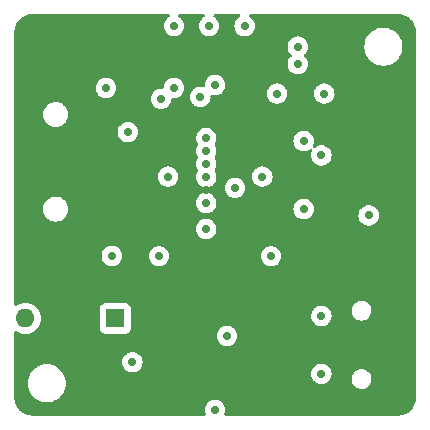
<source format=gbr>
%TF.GenerationSoftware,KiCad,Pcbnew,(6.0.4)*%
%TF.CreationDate,2023-08-29T14:34:22+02:00*%
%TF.ProjectId,big_black_box_pcb_cad,6269675f-626c-4616-936b-5f626f785f70,rev?*%
%TF.SameCoordinates,Original*%
%TF.FileFunction,Copper,L2,Inr*%
%TF.FilePolarity,Positive*%
%FSLAX46Y46*%
G04 Gerber Fmt 4.6, Leading zero omitted, Abs format (unit mm)*
G04 Created by KiCad (PCBNEW (6.0.4)) date 2023-08-29 14:34:22*
%MOMM*%
%LPD*%
G01*
G04 APERTURE LIST*
%TA.AperFunction,ComponentPad*%
%ADD10R,1.600000X1.600000*%
%TD*%
%TA.AperFunction,ComponentPad*%
%ADD11O,1.600000X1.600000*%
%TD*%
%TA.AperFunction,ComponentPad*%
%ADD12O,2.100000X1.000000*%
%TD*%
%TA.AperFunction,ComponentPad*%
%ADD13O,1.600000X1.000000*%
%TD*%
%TA.AperFunction,ViaPad*%
%ADD14C,0.700000*%
%TD*%
%TA.AperFunction,ViaPad*%
%ADD15C,0.800000*%
%TD*%
G04 APERTURE END LIST*
D10*
%TO.N,Net-(Q101-Pad3)*%
%TO.C,SW102*%
X148050000Y-106250000D03*
D11*
%TO.N,VBAT*%
X140430000Y-106250000D03*
%TD*%
D12*
%TO.N,GND*%
%TO.C,J101*%
X168370000Y-112820000D03*
D13*
X172550000Y-112820000D03*
D12*
X168370000Y-104180000D03*
D13*
X172550000Y-104180000D03*
%TD*%
D14*
%TO.N,MCU_VBAT*%
X158200000Y-95200000D03*
%TO.N,SD_CD*%
X155750000Y-98700000D03*
%TO.N,SD_D0*%
X155750000Y-96500000D03*
%TO.N,GND*%
X155750000Y-95400000D03*
%TO.N,SD_CLK*%
X155750000Y-94300000D03*
%TO.N,MCU_VBAT*%
X155750000Y-93200000D03*
%TO.N,SD_CMD*%
X155750000Y-92100000D03*
%TO.N,SD_D3*%
X155750000Y-91000000D03*
%TO.N,SD_D2*%
X160500000Y-94250000D03*
%TO.N,SD_D1*%
X164000000Y-97000000D03*
%TO.N,GND*%
X160500000Y-91750000D03*
X169500000Y-96270000D03*
X153250000Y-109000000D03*
X148007449Y-89396537D03*
X150250000Y-83250000D03*
X152500000Y-98500000D03*
X161750000Y-88775000D03*
X150835877Y-86568109D03*
X165500000Y-101500000D03*
X144000000Y-96000000D03*
X150250000Y-84750000D03*
X157500000Y-106250000D03*
X165500000Y-112500000D03*
X143400000Y-83000000D03*
X143000000Y-91000000D03*
X165500000Y-104500000D03*
X145250000Y-96000000D03*
X145250000Y-97490000D03*
X163175000Y-106500000D03*
X156500000Y-110000000D03*
X165500000Y-102925000D03*
X151000000Y-109980000D03*
X143400000Y-98500000D03*
X150500000Y-99750000D03*
X160500000Y-99000000D03*
X140500000Y-103750000D03*
X152500000Y-91000000D03*
X165749999Y-88775000D03*
X165500000Y-100000000D03*
D15*
X165250000Y-114000000D03*
D14*
X159000000Y-83000000D03*
X147750000Y-102525000D03*
X156500000Y-84000000D03*
X169500000Y-92460000D03*
X169500000Y-95000000D03*
X152500000Y-96750000D03*
%TO.N,+5V*%
X157500000Y-107750000D03*
X165500000Y-106050000D03*
X165500000Y-110950000D03*
X149500000Y-109980000D03*
%TO.N,JTAG_NRST*%
X165500000Y-92460000D03*
X152500000Y-94250000D03*
%TO.N,GYRO_SDA*%
X155250000Y-87500000D03*
X159000000Y-81500000D03*
%TO.N,MCU_VBAT*%
X147250000Y-86750000D03*
X153025000Y-81500000D03*
X161749999Y-87225001D03*
X147750000Y-100975000D03*
X164000000Y-91250000D03*
X149103463Y-90492551D03*
X169500000Y-97540000D03*
X151931891Y-87664123D03*
X161250000Y-101000000D03*
X153000000Y-86750000D03*
X163500000Y-84750000D03*
X156000000Y-81500000D03*
X165749999Y-87225001D03*
X156500000Y-86500000D03*
X151750000Y-101000000D03*
X163500000Y-83250000D03*
%TO.N,CEL+*%
X156500000Y-114000000D03*
%TD*%
%TA.AperFunction,Conductor*%
%TO.N,GND*%
G36*
X152616581Y-80528502D02*
G01*
X152663074Y-80582158D01*
X152673178Y-80652432D01*
X152643684Y-80717012D01*
X152604795Y-80745836D01*
X152605139Y-80746433D01*
X152599939Y-80749435D01*
X152599706Y-80749608D01*
X152599417Y-80749736D01*
X152599411Y-80749739D01*
X152593386Y-80752422D01*
X152588045Y-80756302D01*
X152588044Y-80756303D01*
X152452731Y-80854613D01*
X152452729Y-80854615D01*
X152447387Y-80858496D01*
X152442966Y-80863406D01*
X152442965Y-80863407D01*
X152428768Y-80879175D01*
X152326633Y-80992607D01*
X152236401Y-81148893D01*
X152180635Y-81320525D01*
X152161771Y-81500000D01*
X152180635Y-81679475D01*
X152236401Y-81851107D01*
X152326633Y-82007393D01*
X152447387Y-82141504D01*
X152593385Y-82247578D01*
X152599413Y-82250262D01*
X152599415Y-82250263D01*
X152752217Y-82318295D01*
X152758248Y-82320980D01*
X152846508Y-82339740D01*
X152928311Y-82357128D01*
X152928315Y-82357128D01*
X152934768Y-82358500D01*
X153115232Y-82358500D01*
X153121685Y-82357128D01*
X153121689Y-82357128D01*
X153203492Y-82339740D01*
X153291752Y-82320980D01*
X153297783Y-82318295D01*
X153450585Y-82250263D01*
X153450587Y-82250262D01*
X153456615Y-82247578D01*
X153602613Y-82141504D01*
X153723367Y-82007393D01*
X153813599Y-81851107D01*
X153869365Y-81679475D01*
X153888229Y-81500000D01*
X153869365Y-81320525D01*
X153813599Y-81148893D01*
X153723367Y-80992607D01*
X153621233Y-80879175D01*
X153607035Y-80863407D01*
X153607034Y-80863406D01*
X153602613Y-80858496D01*
X153566298Y-80832111D01*
X153461957Y-80756303D01*
X153461956Y-80756302D01*
X153456615Y-80752422D01*
X153450590Y-80749740D01*
X153450584Y-80749736D01*
X153450295Y-80749608D01*
X153450155Y-80749489D01*
X153444862Y-80746433D01*
X153445421Y-80745465D01*
X153396198Y-80703629D01*
X153375547Y-80635703D01*
X153394898Y-80567394D01*
X153448107Y-80520391D01*
X153501541Y-80508500D01*
X155523460Y-80508500D01*
X155591581Y-80528502D01*
X155638074Y-80582158D01*
X155648178Y-80652432D01*
X155618684Y-80717012D01*
X155579795Y-80745836D01*
X155580139Y-80746433D01*
X155574939Y-80749435D01*
X155574706Y-80749608D01*
X155574417Y-80749736D01*
X155574411Y-80749739D01*
X155568386Y-80752422D01*
X155563045Y-80756302D01*
X155563044Y-80756303D01*
X155427731Y-80854613D01*
X155427729Y-80854615D01*
X155422387Y-80858496D01*
X155417966Y-80863406D01*
X155417965Y-80863407D01*
X155403768Y-80879175D01*
X155301633Y-80992607D01*
X155211401Y-81148893D01*
X155155635Y-81320525D01*
X155136771Y-81500000D01*
X155155635Y-81679475D01*
X155211401Y-81851107D01*
X155301633Y-82007393D01*
X155422387Y-82141504D01*
X155568385Y-82247578D01*
X155574413Y-82250262D01*
X155574415Y-82250263D01*
X155727217Y-82318295D01*
X155733248Y-82320980D01*
X155821508Y-82339740D01*
X155903311Y-82357128D01*
X155903315Y-82357128D01*
X155909768Y-82358500D01*
X156090232Y-82358500D01*
X156096685Y-82357128D01*
X156096689Y-82357128D01*
X156178492Y-82339740D01*
X156266752Y-82320980D01*
X156272783Y-82318295D01*
X156425585Y-82250263D01*
X156425587Y-82250262D01*
X156431615Y-82247578D01*
X156577613Y-82141504D01*
X156698367Y-82007393D01*
X156788599Y-81851107D01*
X156844365Y-81679475D01*
X156863229Y-81500000D01*
X156844365Y-81320525D01*
X156788599Y-81148893D01*
X156698367Y-80992607D01*
X156596233Y-80879175D01*
X156582035Y-80863407D01*
X156582034Y-80863406D01*
X156577613Y-80858496D01*
X156541298Y-80832111D01*
X156436957Y-80756303D01*
X156436956Y-80756302D01*
X156431615Y-80752422D01*
X156425590Y-80749740D01*
X156425584Y-80749736D01*
X156425295Y-80749608D01*
X156425155Y-80749489D01*
X156419862Y-80746433D01*
X156420421Y-80745465D01*
X156371198Y-80703629D01*
X156350547Y-80635703D01*
X156369898Y-80567394D01*
X156423107Y-80520391D01*
X156476541Y-80508500D01*
X158523460Y-80508500D01*
X158591581Y-80528502D01*
X158638074Y-80582158D01*
X158648178Y-80652432D01*
X158618684Y-80717012D01*
X158579795Y-80745836D01*
X158580139Y-80746433D01*
X158574939Y-80749435D01*
X158574706Y-80749608D01*
X158574417Y-80749736D01*
X158574411Y-80749739D01*
X158568386Y-80752422D01*
X158563045Y-80756302D01*
X158563044Y-80756303D01*
X158427731Y-80854613D01*
X158427729Y-80854615D01*
X158422387Y-80858496D01*
X158417966Y-80863406D01*
X158417965Y-80863407D01*
X158403768Y-80879175D01*
X158301633Y-80992607D01*
X158211401Y-81148893D01*
X158155635Y-81320525D01*
X158136771Y-81500000D01*
X158155635Y-81679475D01*
X158211401Y-81851107D01*
X158301633Y-82007393D01*
X158422387Y-82141504D01*
X158568385Y-82247578D01*
X158574413Y-82250262D01*
X158574415Y-82250263D01*
X158727217Y-82318295D01*
X158733248Y-82320980D01*
X158821508Y-82339740D01*
X158903311Y-82357128D01*
X158903315Y-82357128D01*
X158909768Y-82358500D01*
X159090232Y-82358500D01*
X159096685Y-82357128D01*
X159096689Y-82357128D01*
X159178492Y-82339740D01*
X159266752Y-82320980D01*
X159272783Y-82318295D01*
X159425585Y-82250263D01*
X159425587Y-82250262D01*
X159431615Y-82247578D01*
X159577613Y-82141504D01*
X159698367Y-82007393D01*
X159788599Y-81851107D01*
X159844365Y-81679475D01*
X159863229Y-81500000D01*
X159844365Y-81320525D01*
X159788599Y-81148893D01*
X159698367Y-80992607D01*
X159596233Y-80879175D01*
X159582035Y-80863407D01*
X159582034Y-80863406D01*
X159577613Y-80858496D01*
X159541298Y-80832111D01*
X159436957Y-80756303D01*
X159436956Y-80756302D01*
X159431615Y-80752422D01*
X159425590Y-80749740D01*
X159425584Y-80749736D01*
X159425295Y-80749608D01*
X159425155Y-80749489D01*
X159419862Y-80746433D01*
X159420421Y-80745465D01*
X159371198Y-80703629D01*
X159350547Y-80635703D01*
X159369898Y-80567394D01*
X159423107Y-80520391D01*
X159476541Y-80508500D01*
X171950633Y-80508500D01*
X171970018Y-80510000D01*
X171984851Y-80512310D01*
X171984855Y-80512310D01*
X171993724Y-80513691D01*
X172008981Y-80511696D01*
X172034302Y-80510953D01*
X172203285Y-80523039D01*
X172221064Y-80525596D01*
X172411392Y-80566999D01*
X172428641Y-80572063D01*
X172611150Y-80640136D01*
X172627502Y-80647604D01*
X172798458Y-80740952D01*
X172813582Y-80750672D01*
X172969514Y-80867402D01*
X172983100Y-80879175D01*
X173120825Y-81016900D01*
X173132598Y-81030486D01*
X173249328Y-81186418D01*
X173259048Y-81201542D01*
X173352396Y-81372498D01*
X173359864Y-81388850D01*
X173427937Y-81571359D01*
X173433001Y-81588607D01*
X173474404Y-81778936D01*
X173476961Y-81796715D01*
X173487773Y-81947883D01*
X173488540Y-81958601D01*
X173487793Y-81976565D01*
X173487692Y-81984845D01*
X173486309Y-81993724D01*
X173488771Y-82012552D01*
X173490436Y-82025283D01*
X173491500Y-82041621D01*
X173491500Y-112950633D01*
X173490000Y-112970018D01*
X173487690Y-112984851D01*
X173487690Y-112984855D01*
X173486309Y-112993724D01*
X173488136Y-113007693D01*
X173488304Y-113008976D01*
X173489047Y-113034302D01*
X173477947Y-113189511D01*
X173476962Y-113203279D01*
X173474404Y-113221064D01*
X173433001Y-113411392D01*
X173427937Y-113428641D01*
X173359864Y-113611150D01*
X173352396Y-113627502D01*
X173259048Y-113798458D01*
X173249328Y-113813582D01*
X173132598Y-113969514D01*
X173120825Y-113983100D01*
X172983100Y-114120825D01*
X172969514Y-114132598D01*
X172813582Y-114249328D01*
X172798458Y-114259048D01*
X172627502Y-114352396D01*
X172611150Y-114359864D01*
X172428641Y-114427937D01*
X172411393Y-114433001D01*
X172221064Y-114474404D01*
X172203285Y-114476961D01*
X172041395Y-114488540D01*
X172023435Y-114487793D01*
X172015155Y-114487692D01*
X172006276Y-114486309D01*
X171974714Y-114490436D01*
X171958379Y-114491500D01*
X157416406Y-114491500D01*
X157348285Y-114471498D01*
X157301792Y-114417842D01*
X157291688Y-114347568D01*
X157296573Y-114326564D01*
X157342325Y-114185754D01*
X157342325Y-114185753D01*
X157344365Y-114179475D01*
X157349860Y-114127200D01*
X157362539Y-114006565D01*
X157363229Y-114000000D01*
X157344365Y-113820525D01*
X157288599Y-113648893D01*
X157271682Y-113619591D01*
X157201668Y-113498325D01*
X157198367Y-113492607D01*
X157077613Y-113358496D01*
X157055534Y-113342454D01*
X156936957Y-113256303D01*
X156936956Y-113256302D01*
X156931615Y-113252422D01*
X156925587Y-113249738D01*
X156925585Y-113249737D01*
X156772783Y-113181705D01*
X156772781Y-113181705D01*
X156766752Y-113179020D01*
X156678492Y-113160260D01*
X156596689Y-113142872D01*
X156596685Y-113142872D01*
X156590232Y-113141500D01*
X156409768Y-113141500D01*
X156403315Y-113142872D01*
X156403311Y-113142872D01*
X156321508Y-113160260D01*
X156233248Y-113179020D01*
X156227219Y-113181704D01*
X156227217Y-113181705D01*
X156074416Y-113249737D01*
X156074414Y-113249738D01*
X156068386Y-113252422D01*
X156063045Y-113256302D01*
X156063044Y-113256303D01*
X155927731Y-113354613D01*
X155927729Y-113354615D01*
X155922387Y-113358496D01*
X155801633Y-113492607D01*
X155798332Y-113498325D01*
X155728319Y-113619591D01*
X155711401Y-113648893D01*
X155655635Y-113820525D01*
X155636771Y-114000000D01*
X155637461Y-114006565D01*
X155650141Y-114127200D01*
X155655635Y-114179475D01*
X155657675Y-114185753D01*
X155657675Y-114185754D01*
X155703427Y-114326564D01*
X155705454Y-114397532D01*
X155668792Y-114458329D01*
X155605080Y-114489655D01*
X155583594Y-114491500D01*
X141049367Y-114491500D01*
X141029982Y-114490000D01*
X141015149Y-114487690D01*
X141015145Y-114487690D01*
X141006276Y-114486309D01*
X140991019Y-114488304D01*
X140965698Y-114489047D01*
X140796715Y-114476961D01*
X140778936Y-114474404D01*
X140588607Y-114433001D01*
X140571359Y-114427937D01*
X140388850Y-114359864D01*
X140372498Y-114352396D01*
X140201542Y-114259048D01*
X140186418Y-114249328D01*
X140030486Y-114132598D01*
X140016900Y-114120825D01*
X139879175Y-113983100D01*
X139867402Y-113969514D01*
X139750672Y-113813582D01*
X139740952Y-113798458D01*
X139647604Y-113627502D01*
X139640136Y-113611150D01*
X139572063Y-113428641D01*
X139566999Y-113411392D01*
X139525596Y-113221064D01*
X139523038Y-113203278D01*
X139522054Y-113189511D01*
X139511719Y-113045011D01*
X139512805Y-113022245D01*
X139512334Y-113022203D01*
X139512770Y-113017345D01*
X139513576Y-113012552D01*
X139513729Y-113000000D01*
X139509773Y-112972376D01*
X139508500Y-112954514D01*
X139508500Y-111750000D01*
X140636526Y-111750000D01*
X140656391Y-112002403D01*
X140715495Y-112248591D01*
X140812384Y-112482502D01*
X140944672Y-112698376D01*
X141109102Y-112890898D01*
X141301624Y-113055328D01*
X141517498Y-113187616D01*
X141522068Y-113189509D01*
X141522072Y-113189511D01*
X141683323Y-113256303D01*
X141751409Y-113284505D01*
X141836032Y-113304821D01*
X141992784Y-113342454D01*
X141992790Y-113342455D01*
X141997597Y-113343609D01*
X142097416Y-113351465D01*
X142184345Y-113358307D01*
X142184352Y-113358307D01*
X142186801Y-113358500D01*
X142313199Y-113358500D01*
X142315648Y-113358307D01*
X142315655Y-113358307D01*
X142402584Y-113351465D01*
X142502403Y-113343609D01*
X142507210Y-113342455D01*
X142507216Y-113342454D01*
X142663968Y-113304821D01*
X142748591Y-113284505D01*
X142816677Y-113256303D01*
X142977928Y-113189511D01*
X142977932Y-113189509D01*
X142982502Y-113187616D01*
X143198376Y-113055328D01*
X143390898Y-112890898D01*
X143555328Y-112698376D01*
X143687616Y-112482502D01*
X143784505Y-112248591D01*
X143843609Y-112002403D01*
X143863474Y-111750000D01*
X143843609Y-111497597D01*
X143835136Y-111462301D01*
X143794927Y-111294822D01*
X143784505Y-111251409D01*
X143751309Y-111171266D01*
X143689511Y-111022072D01*
X143689509Y-111022068D01*
X143687616Y-111017498D01*
X143646253Y-110950000D01*
X164636771Y-110950000D01*
X164637461Y-110956565D01*
X164651270Y-111087941D01*
X164655635Y-111129475D01*
X164657675Y-111135753D01*
X164657675Y-111135754D01*
X164688825Y-111231625D01*
X164711401Y-111301107D01*
X164801633Y-111457393D01*
X164806051Y-111462300D01*
X164806052Y-111462301D01*
X164917965Y-111586593D01*
X164922387Y-111591504D01*
X164927729Y-111595385D01*
X164927731Y-111595387D01*
X165063043Y-111693697D01*
X165068385Y-111697578D01*
X165074413Y-111700262D01*
X165074415Y-111700263D01*
X165084336Y-111704680D01*
X165233248Y-111770980D01*
X165292678Y-111783612D01*
X165403311Y-111807128D01*
X165403315Y-111807128D01*
X165409768Y-111808500D01*
X165590232Y-111808500D01*
X165596685Y-111807128D01*
X165596689Y-111807128D01*
X165707322Y-111783612D01*
X165766752Y-111770980D01*
X165915664Y-111704680D01*
X165925585Y-111700263D01*
X165925587Y-111700262D01*
X165931615Y-111697578D01*
X165936957Y-111693697D01*
X166072269Y-111595387D01*
X166072271Y-111595385D01*
X166077613Y-111591504D01*
X166082035Y-111586593D01*
X166193948Y-111462301D01*
X166193949Y-111462300D01*
X166198367Y-111457393D01*
X166264298Y-111343198D01*
X168062892Y-111343198D01*
X168063249Y-111350015D01*
X168063249Y-111350019D01*
X168068151Y-111443539D01*
X168072370Y-111524047D01*
X168074181Y-111530620D01*
X168074181Y-111530623D01*
X168097551Y-111615466D01*
X168120461Y-111698641D01*
X168204922Y-111858836D01*
X168209327Y-111864049D01*
X168209330Y-111864053D01*
X168317406Y-111991943D01*
X168317410Y-111991947D01*
X168321813Y-111997157D01*
X168327237Y-112001304D01*
X168327238Y-112001305D01*
X168460257Y-112103006D01*
X168460261Y-112103009D01*
X168465678Y-112107150D01*
X168552372Y-112147576D01*
X168623631Y-112180805D01*
X168623634Y-112180806D01*
X168629808Y-112183685D01*
X168636456Y-112185171D01*
X168636459Y-112185172D01*
X168742421Y-112208857D01*
X168806543Y-112223190D01*
X168812088Y-112223500D01*
X168945244Y-112223500D01*
X169080037Y-112208857D01*
X169198190Y-112169094D01*
X169245204Y-112153272D01*
X169245206Y-112153271D01*
X169251675Y-112151094D01*
X169406905Y-112057823D01*
X169411862Y-112053135D01*
X169411865Y-112053133D01*
X169533527Y-111938082D01*
X169533529Y-111938080D01*
X169538485Y-111933393D01*
X169542317Y-111927755D01*
X169542320Y-111927751D01*
X169636442Y-111789255D01*
X169640277Y-111783612D01*
X169707530Y-111615466D01*
X169708644Y-111608738D01*
X169708645Y-111608734D01*
X169735993Y-111443539D01*
X169735993Y-111443536D01*
X169737108Y-111436802D01*
X169732203Y-111343198D01*
X169727987Y-111262766D01*
X169727630Y-111255953D01*
X169704304Y-111171266D01*
X169681352Y-111087941D01*
X169679539Y-111081359D01*
X169595078Y-110921164D01*
X169590673Y-110915951D01*
X169590670Y-110915947D01*
X169482594Y-110788057D01*
X169482590Y-110788053D01*
X169478187Y-110782843D01*
X169462076Y-110770525D01*
X169339743Y-110676994D01*
X169339739Y-110676991D01*
X169334322Y-110672850D01*
X169224210Y-110621504D01*
X169176369Y-110599195D01*
X169176366Y-110599194D01*
X169170192Y-110596315D01*
X169163544Y-110594829D01*
X169163541Y-110594828D01*
X168998494Y-110557936D01*
X168998495Y-110557936D01*
X168993457Y-110556810D01*
X168987912Y-110556500D01*
X168854756Y-110556500D01*
X168719963Y-110571143D01*
X168607171Y-110609102D01*
X168554796Y-110626728D01*
X168554794Y-110626729D01*
X168548325Y-110628906D01*
X168393095Y-110722177D01*
X168388138Y-110726865D01*
X168388135Y-110726867D01*
X168266473Y-110841918D01*
X168261515Y-110846607D01*
X168257683Y-110852245D01*
X168257680Y-110852249D01*
X168186787Y-110956565D01*
X168159723Y-110996388D01*
X168092470Y-111164534D01*
X168091356Y-111171262D01*
X168091355Y-111171266D01*
X168064007Y-111336461D01*
X168062892Y-111343198D01*
X166264298Y-111343198D01*
X166288599Y-111301107D01*
X166311175Y-111231625D01*
X166342325Y-111135754D01*
X166342325Y-111135753D01*
X166344365Y-111129475D01*
X166348731Y-111087941D01*
X166362539Y-110956565D01*
X166363229Y-110950000D01*
X166344365Y-110770525D01*
X166288599Y-110598893D01*
X166273835Y-110573320D01*
X166201668Y-110448325D01*
X166198367Y-110442607D01*
X166077613Y-110308496D01*
X165952216Y-110217389D01*
X165936957Y-110206303D01*
X165936956Y-110206302D01*
X165931615Y-110202422D01*
X165925587Y-110199738D01*
X165925585Y-110199737D01*
X165772783Y-110131705D01*
X165772781Y-110131705D01*
X165766752Y-110129020D01*
X165678492Y-110110260D01*
X165596689Y-110092872D01*
X165596685Y-110092872D01*
X165590232Y-110091500D01*
X165409768Y-110091500D01*
X165403315Y-110092872D01*
X165403311Y-110092872D01*
X165321508Y-110110260D01*
X165233248Y-110129020D01*
X165227219Y-110131704D01*
X165227217Y-110131705D01*
X165074416Y-110199737D01*
X165074414Y-110199738D01*
X165068386Y-110202422D01*
X165063045Y-110206302D01*
X165063044Y-110206303D01*
X164927731Y-110304613D01*
X164927729Y-110304615D01*
X164922387Y-110308496D01*
X164801633Y-110442607D01*
X164798332Y-110448325D01*
X164726166Y-110573320D01*
X164711401Y-110598893D01*
X164655635Y-110770525D01*
X164636771Y-110950000D01*
X143646253Y-110950000D01*
X143555328Y-110801624D01*
X143390898Y-110609102D01*
X143198376Y-110444672D01*
X142982502Y-110312384D01*
X142977932Y-110310491D01*
X142977928Y-110310489D01*
X142753164Y-110217389D01*
X142753162Y-110217388D01*
X142748591Y-110215495D01*
X142663968Y-110195179D01*
X142507216Y-110157546D01*
X142507210Y-110157545D01*
X142502403Y-110156391D01*
X142402584Y-110148535D01*
X142315655Y-110141693D01*
X142315648Y-110141693D01*
X142313199Y-110141500D01*
X142186801Y-110141500D01*
X142184352Y-110141693D01*
X142184345Y-110141693D01*
X142097416Y-110148535D01*
X141997597Y-110156391D01*
X141992790Y-110157545D01*
X141992784Y-110157546D01*
X141836032Y-110195179D01*
X141751409Y-110215495D01*
X141746838Y-110217388D01*
X141746836Y-110217389D01*
X141522072Y-110310489D01*
X141522068Y-110310491D01*
X141517498Y-110312384D01*
X141301624Y-110444672D01*
X141109102Y-110609102D01*
X140944672Y-110801624D01*
X140812384Y-111017498D01*
X140810491Y-111022068D01*
X140810489Y-111022072D01*
X140748691Y-111171266D01*
X140715495Y-111251409D01*
X140705073Y-111294822D01*
X140664865Y-111462301D01*
X140656391Y-111497597D01*
X140636526Y-111750000D01*
X139508500Y-111750000D01*
X139508500Y-109980000D01*
X148636771Y-109980000D01*
X148655635Y-110159475D01*
X148657675Y-110165753D01*
X148657675Y-110165754D01*
X148673837Y-110215495D01*
X148711401Y-110331107D01*
X148801633Y-110487393D01*
X148922387Y-110621504D01*
X148927729Y-110625385D01*
X148927731Y-110625387D01*
X148998762Y-110676994D01*
X149068385Y-110727578D01*
X149074413Y-110730262D01*
X149074415Y-110730263D01*
X149227217Y-110798295D01*
X149233248Y-110800980D01*
X149321508Y-110819740D01*
X149403311Y-110837128D01*
X149403315Y-110837128D01*
X149409768Y-110838500D01*
X149590232Y-110838500D01*
X149596685Y-110837128D01*
X149596689Y-110837128D01*
X149678492Y-110819740D01*
X149766752Y-110800980D01*
X149772783Y-110798295D01*
X149925585Y-110730263D01*
X149925587Y-110730262D01*
X149931615Y-110727578D01*
X150001238Y-110676994D01*
X150072269Y-110625387D01*
X150072271Y-110625385D01*
X150077613Y-110621504D01*
X150198367Y-110487393D01*
X150288599Y-110331107D01*
X150326163Y-110215495D01*
X150342325Y-110165754D01*
X150342325Y-110165753D01*
X150344365Y-110159475D01*
X150363229Y-109980000D01*
X150344365Y-109800525D01*
X150288599Y-109628893D01*
X150198367Y-109472607D01*
X150077613Y-109338496D01*
X149931615Y-109232422D01*
X149925587Y-109229738D01*
X149925585Y-109229737D01*
X149772783Y-109161705D01*
X149772781Y-109161705D01*
X149766752Y-109159020D01*
X149678492Y-109140260D01*
X149596689Y-109122872D01*
X149596685Y-109122872D01*
X149590232Y-109121500D01*
X149409768Y-109121500D01*
X149403315Y-109122872D01*
X149403311Y-109122872D01*
X149321508Y-109140260D01*
X149233248Y-109159020D01*
X149227219Y-109161704D01*
X149227217Y-109161705D01*
X149074416Y-109229737D01*
X149074414Y-109229738D01*
X149068386Y-109232422D01*
X149063045Y-109236302D01*
X149063044Y-109236303D01*
X148927731Y-109334613D01*
X148927729Y-109334615D01*
X148922387Y-109338496D01*
X148801633Y-109472607D01*
X148711401Y-109628893D01*
X148655635Y-109800525D01*
X148636771Y-109980000D01*
X139508500Y-109980000D01*
X139508500Y-107750000D01*
X156636771Y-107750000D01*
X156655635Y-107929475D01*
X156711401Y-108101107D01*
X156801633Y-108257393D01*
X156922387Y-108391504D01*
X157068385Y-108497578D01*
X157074413Y-108500262D01*
X157074415Y-108500263D01*
X157227217Y-108568295D01*
X157233248Y-108570980D01*
X157321508Y-108589740D01*
X157403311Y-108607128D01*
X157403315Y-108607128D01*
X157409768Y-108608500D01*
X157590232Y-108608500D01*
X157596685Y-108607128D01*
X157596689Y-108607128D01*
X157678492Y-108589740D01*
X157766752Y-108570980D01*
X157772783Y-108568295D01*
X157925585Y-108500263D01*
X157925587Y-108500262D01*
X157931615Y-108497578D01*
X158077613Y-108391504D01*
X158198367Y-108257393D01*
X158288599Y-108101107D01*
X158344365Y-107929475D01*
X158363229Y-107750000D01*
X158344365Y-107570525D01*
X158335136Y-107542119D01*
X158290641Y-107405178D01*
X158288599Y-107398893D01*
X158283378Y-107389849D01*
X158233749Y-107303891D01*
X158198367Y-107242607D01*
X158077613Y-107108496D01*
X158051866Y-107089789D01*
X157936957Y-107006303D01*
X157936956Y-107006302D01*
X157931615Y-107002422D01*
X157925587Y-106999738D01*
X157925585Y-106999737D01*
X157772783Y-106931705D01*
X157772781Y-106931705D01*
X157766752Y-106929020D01*
X157661974Y-106906749D01*
X157596689Y-106892872D01*
X157596685Y-106892872D01*
X157590232Y-106891500D01*
X157409768Y-106891500D01*
X157403315Y-106892872D01*
X157403311Y-106892872D01*
X157338026Y-106906749D01*
X157233248Y-106929020D01*
X157227219Y-106931704D01*
X157227217Y-106931705D01*
X157074416Y-106999737D01*
X157074414Y-106999738D01*
X157068386Y-107002422D01*
X157063045Y-107006302D01*
X157063044Y-107006303D01*
X156927731Y-107104613D01*
X156927729Y-107104615D01*
X156922387Y-107108496D01*
X156801633Y-107242607D01*
X156766251Y-107303891D01*
X156716623Y-107389849D01*
X156711401Y-107398893D01*
X156709359Y-107405178D01*
X156664865Y-107542119D01*
X156655635Y-107570525D01*
X156636771Y-107750000D01*
X139508500Y-107750000D01*
X139508500Y-107444186D01*
X139528502Y-107376065D01*
X139582158Y-107329572D01*
X139652432Y-107319468D01*
X139706771Y-107340973D01*
X139773251Y-107387523D01*
X139778233Y-107389846D01*
X139778238Y-107389849D01*
X139975775Y-107481961D01*
X139980757Y-107484284D01*
X139986065Y-107485706D01*
X139986067Y-107485707D01*
X140196598Y-107542119D01*
X140196600Y-107542119D01*
X140201913Y-107543543D01*
X140430000Y-107563498D01*
X140658087Y-107543543D01*
X140663400Y-107542119D01*
X140663402Y-107542119D01*
X140873933Y-107485707D01*
X140873935Y-107485706D01*
X140879243Y-107484284D01*
X140884225Y-107481961D01*
X141081762Y-107389849D01*
X141081767Y-107389846D01*
X141086749Y-107387523D01*
X141228458Y-107288297D01*
X141269789Y-107259357D01*
X141269792Y-107259355D01*
X141274300Y-107256198D01*
X141432364Y-107098134D01*
X146741500Y-107098134D01*
X146748255Y-107160316D01*
X146799385Y-107296705D01*
X146886739Y-107413261D01*
X147003295Y-107500615D01*
X147139684Y-107551745D01*
X147201866Y-107558500D01*
X148898134Y-107558500D01*
X148960316Y-107551745D01*
X149096705Y-107500615D01*
X149213261Y-107413261D01*
X149300615Y-107296705D01*
X149351745Y-107160316D01*
X149358500Y-107098134D01*
X149358500Y-106050000D01*
X164636771Y-106050000D01*
X164655635Y-106229475D01*
X164711401Y-106401107D01*
X164714704Y-106406829D01*
X164714705Y-106406830D01*
X164727848Y-106429594D01*
X164801633Y-106557393D01*
X164922387Y-106691504D01*
X164927729Y-106695385D01*
X164927731Y-106695387D01*
X165063043Y-106793697D01*
X165068385Y-106797578D01*
X165074413Y-106800262D01*
X165074415Y-106800263D01*
X165227217Y-106868295D01*
X165233248Y-106870980D01*
X165321508Y-106889740D01*
X165403311Y-106907128D01*
X165403315Y-106907128D01*
X165409768Y-106908500D01*
X165590232Y-106908500D01*
X165596685Y-106907128D01*
X165596689Y-106907128D01*
X165678492Y-106889740D01*
X165766752Y-106870980D01*
X165772783Y-106868295D01*
X165925585Y-106800263D01*
X165925587Y-106800262D01*
X165931615Y-106797578D01*
X165936957Y-106793697D01*
X166072269Y-106695387D01*
X166072271Y-106695385D01*
X166077613Y-106691504D01*
X166198367Y-106557393D01*
X166272152Y-106429594D01*
X166285295Y-106406830D01*
X166285296Y-106406829D01*
X166288599Y-106401107D01*
X166344365Y-106229475D01*
X166363229Y-106050000D01*
X166349422Y-105918641D01*
X166345055Y-105877089D01*
X166345055Y-105877088D01*
X166344365Y-105870525D01*
X166330787Y-105828734D01*
X166290641Y-105705178D01*
X166288599Y-105698893D01*
X166210255Y-105563198D01*
X168062892Y-105563198D01*
X168063249Y-105570015D01*
X168063249Y-105570019D01*
X168070333Y-105705178D01*
X168072370Y-105744047D01*
X168074181Y-105750620D01*
X168074181Y-105750623D01*
X168097551Y-105835466D01*
X168120461Y-105918641D01*
X168204922Y-106078836D01*
X168209327Y-106084049D01*
X168209330Y-106084053D01*
X168317406Y-106211943D01*
X168317410Y-106211947D01*
X168321813Y-106217157D01*
X168327237Y-106221304D01*
X168327238Y-106221305D01*
X168460257Y-106323006D01*
X168460261Y-106323009D01*
X168465678Y-106327150D01*
X168552372Y-106367576D01*
X168623631Y-106400805D01*
X168623634Y-106400806D01*
X168629808Y-106403685D01*
X168636456Y-106405171D01*
X168636459Y-106405172D01*
X168742421Y-106428857D01*
X168806543Y-106443190D01*
X168812088Y-106443500D01*
X168945244Y-106443500D01*
X169080037Y-106428857D01*
X169198190Y-106389094D01*
X169245204Y-106373272D01*
X169245206Y-106373271D01*
X169251675Y-106371094D01*
X169406905Y-106277823D01*
X169411862Y-106273135D01*
X169411865Y-106273133D01*
X169533527Y-106158082D01*
X169533529Y-106158080D01*
X169538485Y-106153393D01*
X169542317Y-106147755D01*
X169542320Y-106147751D01*
X169636442Y-106009255D01*
X169640277Y-106003612D01*
X169707530Y-105835466D01*
X169708644Y-105828738D01*
X169708645Y-105828734D01*
X169735993Y-105663539D01*
X169735993Y-105663536D01*
X169737108Y-105656802D01*
X169733778Y-105593251D01*
X169727987Y-105482766D01*
X169727630Y-105475953D01*
X169709050Y-105408496D01*
X169681352Y-105307941D01*
X169679539Y-105301359D01*
X169595078Y-105141164D01*
X169590673Y-105135951D01*
X169590670Y-105135947D01*
X169482594Y-105008057D01*
X169482590Y-105008053D01*
X169478187Y-105002843D01*
X169472762Y-104998695D01*
X169339743Y-104896994D01*
X169339739Y-104896991D01*
X169334322Y-104892850D01*
X169229186Y-104843825D01*
X169176369Y-104819195D01*
X169176366Y-104819194D01*
X169170192Y-104816315D01*
X169163544Y-104814829D01*
X169163541Y-104814828D01*
X168998494Y-104777936D01*
X168998495Y-104777936D01*
X168993457Y-104776810D01*
X168987912Y-104776500D01*
X168854756Y-104776500D01*
X168719963Y-104791143D01*
X168636609Y-104819195D01*
X168554796Y-104846728D01*
X168554794Y-104846729D01*
X168548325Y-104848906D01*
X168393095Y-104942177D01*
X168388138Y-104946865D01*
X168388135Y-104946867D01*
X168272928Y-105055814D01*
X168261515Y-105066607D01*
X168257683Y-105072245D01*
X168257680Y-105072249D01*
X168206740Y-105147205D01*
X168159723Y-105216388D01*
X168092470Y-105384534D01*
X168091356Y-105391262D01*
X168091355Y-105391266D01*
X168067113Y-105537699D01*
X168062892Y-105563198D01*
X166210255Y-105563198D01*
X166198367Y-105542607D01*
X166132431Y-105469377D01*
X166082035Y-105413407D01*
X166082034Y-105413406D01*
X166077613Y-105408496D01*
X166063813Y-105398469D01*
X165936957Y-105306303D01*
X165936956Y-105306302D01*
X165931615Y-105302422D01*
X165925587Y-105299738D01*
X165925585Y-105299737D01*
X165772783Y-105231705D01*
X165772781Y-105231705D01*
X165766752Y-105229020D01*
X165678492Y-105210260D01*
X165596689Y-105192872D01*
X165596685Y-105192872D01*
X165590232Y-105191500D01*
X165409768Y-105191500D01*
X165403315Y-105192872D01*
X165403311Y-105192872D01*
X165321508Y-105210260D01*
X165233248Y-105229020D01*
X165227219Y-105231704D01*
X165227217Y-105231705D01*
X165074416Y-105299737D01*
X165074414Y-105299738D01*
X165068386Y-105302422D01*
X165063045Y-105306302D01*
X165063044Y-105306303D01*
X164927731Y-105404613D01*
X164927729Y-105404615D01*
X164922387Y-105408496D01*
X164917966Y-105413406D01*
X164917965Y-105413407D01*
X164867570Y-105469377D01*
X164801633Y-105542607D01*
X164711401Y-105698893D01*
X164709359Y-105705178D01*
X164669214Y-105828734D01*
X164655635Y-105870525D01*
X164654945Y-105877088D01*
X164654945Y-105877089D01*
X164650578Y-105918641D01*
X164636771Y-106050000D01*
X149358500Y-106050000D01*
X149358500Y-105401866D01*
X149351745Y-105339684D01*
X149300615Y-105203295D01*
X149213261Y-105086739D01*
X149096705Y-104999385D01*
X148960316Y-104948255D01*
X148898134Y-104941500D01*
X147201866Y-104941500D01*
X147139684Y-104948255D01*
X147003295Y-104999385D01*
X146886739Y-105086739D01*
X146799385Y-105203295D01*
X146748255Y-105339684D01*
X146741500Y-105401866D01*
X146741500Y-107098134D01*
X141432364Y-107098134D01*
X141436198Y-107094300D01*
X141567523Y-106906749D01*
X141569846Y-106901767D01*
X141569849Y-106901762D01*
X141661961Y-106704225D01*
X141661961Y-106704224D01*
X141664284Y-106699243D01*
X141723543Y-106478087D01*
X141743498Y-106250000D01*
X141723543Y-106021913D01*
X141695871Y-105918641D01*
X141665707Y-105806067D01*
X141665706Y-105806065D01*
X141664284Y-105800757D01*
X141661961Y-105795775D01*
X141569849Y-105598238D01*
X141569846Y-105598233D01*
X141567523Y-105593251D01*
X141436198Y-105405700D01*
X141274300Y-105243802D01*
X141269792Y-105240645D01*
X141269789Y-105240643D01*
X141153229Y-105159027D01*
X141086749Y-105112477D01*
X141081767Y-105110154D01*
X141081762Y-105110151D01*
X140884225Y-105018039D01*
X140884224Y-105018039D01*
X140879243Y-105015716D01*
X140873935Y-105014294D01*
X140873933Y-105014293D01*
X140663402Y-104957881D01*
X140663400Y-104957881D01*
X140658087Y-104956457D01*
X140430000Y-104936502D01*
X140201913Y-104956457D01*
X140196600Y-104957881D01*
X140196598Y-104957881D01*
X139986067Y-105014293D01*
X139986065Y-105014294D01*
X139980757Y-105015716D01*
X139975776Y-105018039D01*
X139975775Y-105018039D01*
X139778238Y-105110151D01*
X139778233Y-105110154D01*
X139773251Y-105112477D01*
X139706771Y-105159027D01*
X139639497Y-105181715D01*
X139570637Y-105164430D01*
X139522052Y-105112660D01*
X139508500Y-105055814D01*
X139508500Y-100975000D01*
X146886771Y-100975000D01*
X146905635Y-101154475D01*
X146961401Y-101326107D01*
X147051633Y-101482393D01*
X147056051Y-101487300D01*
X147056052Y-101487301D01*
X147074143Y-101507393D01*
X147172387Y-101616504D01*
X147318385Y-101722578D01*
X147324413Y-101725262D01*
X147324415Y-101725263D01*
X147380566Y-101750263D01*
X147483248Y-101795980D01*
X147571508Y-101814740D01*
X147653311Y-101832128D01*
X147653315Y-101832128D01*
X147659768Y-101833500D01*
X147840232Y-101833500D01*
X147846685Y-101832128D01*
X147846689Y-101832128D01*
X147928492Y-101814740D01*
X148016752Y-101795980D01*
X148119434Y-101750263D01*
X148175585Y-101725263D01*
X148175587Y-101725262D01*
X148181615Y-101722578D01*
X148327613Y-101616504D01*
X148425857Y-101507393D01*
X148443948Y-101487301D01*
X148443949Y-101487300D01*
X148448367Y-101482393D01*
X148538599Y-101326107D01*
X148594365Y-101154475D01*
X148610601Y-101000000D01*
X150886771Y-101000000D01*
X150905635Y-101179475D01*
X150961401Y-101351107D01*
X151051633Y-101507393D01*
X151172387Y-101641504D01*
X151177729Y-101645385D01*
X151177731Y-101645387D01*
X151287671Y-101725263D01*
X151318385Y-101747578D01*
X151324413Y-101750262D01*
X151324415Y-101750263D01*
X151477217Y-101818295D01*
X151483248Y-101820980D01*
X151571508Y-101839740D01*
X151653311Y-101857128D01*
X151653315Y-101857128D01*
X151659768Y-101858500D01*
X151840232Y-101858500D01*
X151846685Y-101857128D01*
X151846689Y-101857128D01*
X151928492Y-101839740D01*
X152016752Y-101820980D01*
X152022783Y-101818295D01*
X152175585Y-101750263D01*
X152175587Y-101750262D01*
X152181615Y-101747578D01*
X152212329Y-101725263D01*
X152322269Y-101645387D01*
X152322271Y-101645385D01*
X152327613Y-101641504D01*
X152448367Y-101507393D01*
X152538599Y-101351107D01*
X152594365Y-101179475D01*
X152613229Y-101000000D01*
X160386771Y-101000000D01*
X160405635Y-101179475D01*
X160461401Y-101351107D01*
X160551633Y-101507393D01*
X160672387Y-101641504D01*
X160677729Y-101645385D01*
X160677731Y-101645387D01*
X160787671Y-101725263D01*
X160818385Y-101747578D01*
X160824413Y-101750262D01*
X160824415Y-101750263D01*
X160977217Y-101818295D01*
X160983248Y-101820980D01*
X161071508Y-101839740D01*
X161153311Y-101857128D01*
X161153315Y-101857128D01*
X161159768Y-101858500D01*
X161340232Y-101858500D01*
X161346685Y-101857128D01*
X161346689Y-101857128D01*
X161428492Y-101839740D01*
X161516752Y-101820980D01*
X161522783Y-101818295D01*
X161675585Y-101750263D01*
X161675587Y-101750262D01*
X161681615Y-101747578D01*
X161712329Y-101725263D01*
X161822269Y-101645387D01*
X161822271Y-101645385D01*
X161827613Y-101641504D01*
X161948367Y-101507393D01*
X162038599Y-101351107D01*
X162094365Y-101179475D01*
X162113229Y-101000000D01*
X162094365Y-100820525D01*
X162038599Y-100648893D01*
X161948367Y-100492607D01*
X161931006Y-100473325D01*
X161832035Y-100363407D01*
X161832034Y-100363406D01*
X161827613Y-100358496D01*
X161681615Y-100252422D01*
X161675587Y-100249738D01*
X161675585Y-100249737D01*
X161522783Y-100181705D01*
X161522781Y-100181705D01*
X161516752Y-100179020D01*
X161411767Y-100156705D01*
X161346689Y-100142872D01*
X161346685Y-100142872D01*
X161340232Y-100141500D01*
X161159768Y-100141500D01*
X161153315Y-100142872D01*
X161153311Y-100142872D01*
X161088233Y-100156705D01*
X160983248Y-100179020D01*
X160977219Y-100181704D01*
X160977217Y-100181705D01*
X160824416Y-100249737D01*
X160824414Y-100249738D01*
X160818386Y-100252422D01*
X160813045Y-100256302D01*
X160813044Y-100256303D01*
X160677731Y-100354613D01*
X160677729Y-100354615D01*
X160672387Y-100358496D01*
X160667966Y-100363406D01*
X160667965Y-100363407D01*
X160568995Y-100473325D01*
X160551633Y-100492607D01*
X160461401Y-100648893D01*
X160405635Y-100820525D01*
X160386771Y-101000000D01*
X152613229Y-101000000D01*
X152594365Y-100820525D01*
X152538599Y-100648893D01*
X152448367Y-100492607D01*
X152431006Y-100473325D01*
X152332035Y-100363407D01*
X152332034Y-100363406D01*
X152327613Y-100358496D01*
X152181615Y-100252422D01*
X152175587Y-100249738D01*
X152175585Y-100249737D01*
X152022783Y-100181705D01*
X152022781Y-100181705D01*
X152016752Y-100179020D01*
X151911767Y-100156705D01*
X151846689Y-100142872D01*
X151846685Y-100142872D01*
X151840232Y-100141500D01*
X151659768Y-100141500D01*
X151653315Y-100142872D01*
X151653311Y-100142872D01*
X151588233Y-100156705D01*
X151483248Y-100179020D01*
X151477219Y-100181704D01*
X151477217Y-100181705D01*
X151324416Y-100249737D01*
X151324414Y-100249738D01*
X151318386Y-100252422D01*
X151313045Y-100256302D01*
X151313044Y-100256303D01*
X151177731Y-100354613D01*
X151177729Y-100354615D01*
X151172387Y-100358496D01*
X151167966Y-100363406D01*
X151167965Y-100363407D01*
X151068995Y-100473325D01*
X151051633Y-100492607D01*
X150961401Y-100648893D01*
X150905635Y-100820525D01*
X150886771Y-101000000D01*
X148610601Y-101000000D01*
X148613229Y-100975000D01*
X148594365Y-100795525D01*
X148538599Y-100623893D01*
X148448367Y-100467607D01*
X148327613Y-100333496D01*
X148221367Y-100256303D01*
X148186957Y-100231303D01*
X148186956Y-100231302D01*
X148181615Y-100227422D01*
X148175587Y-100224738D01*
X148175585Y-100224737D01*
X148022783Y-100156705D01*
X148022781Y-100156705D01*
X148016752Y-100154020D01*
X147928492Y-100135260D01*
X147846689Y-100117872D01*
X147846685Y-100117872D01*
X147840232Y-100116500D01*
X147659768Y-100116500D01*
X147653315Y-100117872D01*
X147653311Y-100117872D01*
X147571508Y-100135260D01*
X147483248Y-100154020D01*
X147477219Y-100156704D01*
X147477217Y-100156705D01*
X147324416Y-100224737D01*
X147324414Y-100224738D01*
X147318386Y-100227422D01*
X147313045Y-100231302D01*
X147313044Y-100231303D01*
X147177731Y-100329613D01*
X147177729Y-100329615D01*
X147172387Y-100333496D01*
X147051633Y-100467607D01*
X146961401Y-100623893D01*
X146905635Y-100795525D01*
X146886771Y-100975000D01*
X139508500Y-100975000D01*
X139508500Y-98700000D01*
X154886771Y-98700000D01*
X154905635Y-98879475D01*
X154961401Y-99051107D01*
X155051633Y-99207393D01*
X155172387Y-99341504D01*
X155318385Y-99447578D01*
X155324413Y-99450262D01*
X155324415Y-99450263D01*
X155477217Y-99518295D01*
X155483248Y-99520980D01*
X155571508Y-99539740D01*
X155653311Y-99557128D01*
X155653315Y-99557128D01*
X155659768Y-99558500D01*
X155840232Y-99558500D01*
X155846685Y-99557128D01*
X155846689Y-99557128D01*
X155928492Y-99539740D01*
X156016752Y-99520980D01*
X156022783Y-99518295D01*
X156175585Y-99450263D01*
X156175587Y-99450262D01*
X156181615Y-99447578D01*
X156327613Y-99341504D01*
X156448367Y-99207393D01*
X156538599Y-99051107D01*
X156594365Y-98879475D01*
X156613229Y-98700000D01*
X156594365Y-98520525D01*
X156538599Y-98348893D01*
X156448367Y-98192607D01*
X156327613Y-98058496D01*
X156319087Y-98052301D01*
X156186957Y-97956303D01*
X156186956Y-97956302D01*
X156181615Y-97952422D01*
X156175587Y-97949738D01*
X156175585Y-97949737D01*
X156022783Y-97881705D01*
X156022781Y-97881705D01*
X156016752Y-97879020D01*
X155913757Y-97857128D01*
X155846689Y-97842872D01*
X155846685Y-97842872D01*
X155840232Y-97841500D01*
X155659768Y-97841500D01*
X155653315Y-97842872D01*
X155653311Y-97842872D01*
X155586243Y-97857128D01*
X155483248Y-97879020D01*
X155477219Y-97881704D01*
X155477217Y-97881705D01*
X155324416Y-97949737D01*
X155324414Y-97949738D01*
X155318386Y-97952422D01*
X155313045Y-97956302D01*
X155313044Y-97956303D01*
X155177731Y-98054613D01*
X155177729Y-98054615D01*
X155172387Y-98058496D01*
X155051633Y-98192607D01*
X154961401Y-98348893D01*
X154905635Y-98520525D01*
X154886771Y-98700000D01*
X139508500Y-98700000D01*
X139508500Y-96992575D01*
X141936404Y-96992575D01*
X141938199Y-97012301D01*
X141954271Y-97188893D01*
X141955218Y-97199303D01*
X141956956Y-97205209D01*
X141956957Y-97205213D01*
X141968284Y-97243697D01*
X142013827Y-97398440D01*
X142109999Y-97582400D01*
X142240071Y-97744177D01*
X142244788Y-97748135D01*
X142244790Y-97748137D01*
X142328401Y-97818295D01*
X142399089Y-97877609D01*
X142404481Y-97880573D01*
X142404485Y-97880576D01*
X142530289Y-97949737D01*
X142580995Y-97977613D01*
X142778861Y-98040379D01*
X142784978Y-98041065D01*
X142784982Y-98041066D01*
X142861598Y-98049659D01*
X142940413Y-98058500D01*
X143052237Y-98058500D01*
X143055293Y-98058200D01*
X143055300Y-98058200D01*
X143200466Y-98043966D01*
X143200469Y-98043965D01*
X143206592Y-98043365D01*
X143338546Y-98003526D01*
X143399407Y-97985152D01*
X143399410Y-97985151D01*
X143405315Y-97983368D01*
X143412635Y-97979476D01*
X143583153Y-97888809D01*
X143583155Y-97888808D01*
X143588599Y-97885913D01*
X143671507Y-97818295D01*
X143744689Y-97758610D01*
X143744692Y-97758607D01*
X143749464Y-97754715D01*
X143755369Y-97747578D01*
X143877855Y-97599518D01*
X143881783Y-97594770D01*
X143885876Y-97587201D01*
X143977584Y-97417590D01*
X143977586Y-97417585D01*
X143980514Y-97412170D01*
X144041898Y-97213871D01*
X144043863Y-97195178D01*
X144062952Y-97013554D01*
X144062952Y-97013552D01*
X144063596Y-97007425D01*
X144055777Y-96921515D01*
X144045341Y-96806836D01*
X144045340Y-96806833D01*
X144044782Y-96800697D01*
X144042298Y-96792255D01*
X143987912Y-96607469D01*
X143986173Y-96601560D01*
X143933079Y-96500000D01*
X154886771Y-96500000D01*
X154887461Y-96506565D01*
X154896003Y-96587830D01*
X154905635Y-96679475D01*
X154961401Y-96851107D01*
X155051633Y-97007393D01*
X155056051Y-97012300D01*
X155056052Y-97012301D01*
X155074336Y-97032607D01*
X155172387Y-97141504D01*
X155177729Y-97145385D01*
X155177731Y-97145387D01*
X155271991Y-97213871D01*
X155318385Y-97247578D01*
X155324413Y-97250262D01*
X155324415Y-97250263D01*
X155477217Y-97318295D01*
X155483248Y-97320980D01*
X155571508Y-97339740D01*
X155653311Y-97357128D01*
X155653315Y-97357128D01*
X155659768Y-97358500D01*
X155840232Y-97358500D01*
X155846685Y-97357128D01*
X155846689Y-97357128D01*
X155928492Y-97339740D01*
X156016752Y-97320980D01*
X156022783Y-97318295D01*
X156175585Y-97250263D01*
X156175587Y-97250262D01*
X156181615Y-97247578D01*
X156228009Y-97213871D01*
X156322269Y-97145387D01*
X156322271Y-97145385D01*
X156327613Y-97141504D01*
X156425664Y-97032607D01*
X156443948Y-97012301D01*
X156443949Y-97012300D01*
X156448367Y-97007393D01*
X156452635Y-97000000D01*
X163136771Y-97000000D01*
X163155635Y-97179475D01*
X163211401Y-97351107D01*
X163301633Y-97507393D01*
X163306051Y-97512300D01*
X163306052Y-97512301D01*
X163384583Y-97599518D01*
X163422387Y-97641504D01*
X163427729Y-97645385D01*
X163427731Y-97645387D01*
X163538347Y-97725754D01*
X163568385Y-97747578D01*
X163574413Y-97750262D01*
X163574415Y-97750263D01*
X163593163Y-97758610D01*
X163733248Y-97820980D01*
X163821508Y-97839740D01*
X163903311Y-97857128D01*
X163903315Y-97857128D01*
X163909768Y-97858500D01*
X164090232Y-97858500D01*
X164096685Y-97857128D01*
X164096689Y-97857128D01*
X164178492Y-97839740D01*
X164266752Y-97820980D01*
X164406837Y-97758610D01*
X164425585Y-97750263D01*
X164425587Y-97750262D01*
X164431615Y-97747578D01*
X164461653Y-97725754D01*
X164572269Y-97645387D01*
X164572271Y-97645385D01*
X164577613Y-97641504D01*
X164615417Y-97599518D01*
X164669008Y-97540000D01*
X168636771Y-97540000D01*
X168637461Y-97546565D01*
X168641228Y-97582400D01*
X168655635Y-97719475D01*
X168657675Y-97725753D01*
X168657675Y-97725754D01*
X168687743Y-97818295D01*
X168711401Y-97891107D01*
X168801633Y-98047393D01*
X168806051Y-98052300D01*
X168806052Y-98052301D01*
X168811630Y-98058496D01*
X168922387Y-98181504D01*
X168927729Y-98185385D01*
X168927731Y-98185387D01*
X168945539Y-98198325D01*
X169068385Y-98287578D01*
X169074413Y-98290262D01*
X169074415Y-98290263D01*
X169227217Y-98358295D01*
X169233248Y-98360980D01*
X169321508Y-98379740D01*
X169403311Y-98397128D01*
X169403315Y-98397128D01*
X169409768Y-98398500D01*
X169590232Y-98398500D01*
X169596685Y-98397128D01*
X169596689Y-98397128D01*
X169678492Y-98379740D01*
X169766752Y-98360980D01*
X169772783Y-98358295D01*
X169925585Y-98290263D01*
X169925587Y-98290262D01*
X169931615Y-98287578D01*
X170054461Y-98198325D01*
X170072269Y-98185387D01*
X170072271Y-98185385D01*
X170077613Y-98181504D01*
X170188370Y-98058496D01*
X170193948Y-98052301D01*
X170193949Y-98052300D01*
X170198367Y-98047393D01*
X170288599Y-97891107D01*
X170312257Y-97818295D01*
X170342325Y-97725754D01*
X170342325Y-97725753D01*
X170344365Y-97719475D01*
X170358773Y-97582400D01*
X170362539Y-97546565D01*
X170363229Y-97540000D01*
X170349793Y-97412170D01*
X170345055Y-97367089D01*
X170345055Y-97367088D01*
X170344365Y-97360525D01*
X170288599Y-97188893D01*
X170198367Y-97032607D01*
X170180084Y-97012301D01*
X170082035Y-96903407D01*
X170082034Y-96903406D01*
X170077613Y-96898496D01*
X170003738Y-96844822D01*
X169936957Y-96796303D01*
X169936956Y-96796302D01*
X169931615Y-96792422D01*
X169925587Y-96789738D01*
X169925585Y-96789737D01*
X169772783Y-96721705D01*
X169772781Y-96721705D01*
X169766752Y-96719020D01*
X169678492Y-96700260D01*
X169596689Y-96682872D01*
X169596685Y-96682872D01*
X169590232Y-96681500D01*
X169409768Y-96681500D01*
X169403315Y-96682872D01*
X169403311Y-96682872D01*
X169321508Y-96700260D01*
X169233248Y-96719020D01*
X169227219Y-96721704D01*
X169227217Y-96721705D01*
X169074416Y-96789737D01*
X169074414Y-96789738D01*
X169068386Y-96792422D01*
X169063045Y-96796302D01*
X169063044Y-96796303D01*
X168927731Y-96894613D01*
X168927729Y-96894615D01*
X168922387Y-96898496D01*
X168917966Y-96903406D01*
X168917965Y-96903407D01*
X168819917Y-97012301D01*
X168801633Y-97032607D01*
X168711401Y-97188893D01*
X168655635Y-97360525D01*
X168654945Y-97367088D01*
X168654945Y-97367089D01*
X168650207Y-97412170D01*
X168636771Y-97540000D01*
X164669008Y-97540000D01*
X164693948Y-97512301D01*
X164693949Y-97512300D01*
X164698367Y-97507393D01*
X164788599Y-97351107D01*
X164844365Y-97179475D01*
X164863229Y-97000000D01*
X164844365Y-96820525D01*
X164834362Y-96789737D01*
X164799639Y-96682872D01*
X164788599Y-96648893D01*
X164698367Y-96492607D01*
X164630831Y-96417600D01*
X164582035Y-96363407D01*
X164582034Y-96363406D01*
X164577613Y-96358496D01*
X164516709Y-96314246D01*
X164436957Y-96256303D01*
X164436956Y-96256302D01*
X164431615Y-96252422D01*
X164425587Y-96249738D01*
X164425585Y-96249737D01*
X164272783Y-96181705D01*
X164272781Y-96181705D01*
X164266752Y-96179020D01*
X164154583Y-96155178D01*
X164096689Y-96142872D01*
X164096685Y-96142872D01*
X164090232Y-96141500D01*
X163909768Y-96141500D01*
X163903315Y-96142872D01*
X163903311Y-96142872D01*
X163845417Y-96155178D01*
X163733248Y-96179020D01*
X163727219Y-96181704D01*
X163727217Y-96181705D01*
X163574416Y-96249737D01*
X163574414Y-96249738D01*
X163568386Y-96252422D01*
X163563045Y-96256302D01*
X163563044Y-96256303D01*
X163427731Y-96354613D01*
X163427729Y-96354615D01*
X163422387Y-96358496D01*
X163417966Y-96363406D01*
X163417965Y-96363407D01*
X163369170Y-96417600D01*
X163301633Y-96492607D01*
X163211401Y-96648893D01*
X163200361Y-96682872D01*
X163165639Y-96789737D01*
X163155635Y-96820525D01*
X163136771Y-97000000D01*
X156452635Y-97000000D01*
X156538599Y-96851107D01*
X156594365Y-96679475D01*
X156603998Y-96587830D01*
X156612539Y-96506565D01*
X156613229Y-96500000D01*
X156594365Y-96320525D01*
X156538599Y-96148893D01*
X156448367Y-95992607D01*
X156327613Y-95858496D01*
X156309571Y-95845387D01*
X156186957Y-95756303D01*
X156186956Y-95756302D01*
X156181615Y-95752422D01*
X156175587Y-95749738D01*
X156175585Y-95749737D01*
X156022783Y-95681705D01*
X156022781Y-95681705D01*
X156016752Y-95679020D01*
X155928492Y-95660260D01*
X155846689Y-95642872D01*
X155846685Y-95642872D01*
X155840232Y-95641500D01*
X155659768Y-95641500D01*
X155653315Y-95642872D01*
X155653311Y-95642872D01*
X155571508Y-95660260D01*
X155483248Y-95679020D01*
X155477219Y-95681704D01*
X155477217Y-95681705D01*
X155324416Y-95749737D01*
X155324414Y-95749738D01*
X155318386Y-95752422D01*
X155313045Y-95756302D01*
X155313044Y-95756303D01*
X155177731Y-95854613D01*
X155177729Y-95854615D01*
X155172387Y-95858496D01*
X155051633Y-95992607D01*
X154961401Y-96148893D01*
X154905635Y-96320525D01*
X154886771Y-96500000D01*
X143933079Y-96500000D01*
X143890001Y-96417600D01*
X143759929Y-96255823D01*
X143747371Y-96245285D01*
X143605629Y-96126350D01*
X143600911Y-96122391D01*
X143595519Y-96119427D01*
X143595515Y-96119424D01*
X143424402Y-96025354D01*
X143419005Y-96022387D01*
X143221139Y-95959621D01*
X143215022Y-95958935D01*
X143215018Y-95958934D01*
X143137711Y-95950263D01*
X143059587Y-95941500D01*
X142947763Y-95941500D01*
X142944707Y-95941800D01*
X142944700Y-95941800D01*
X142799534Y-95956034D01*
X142799531Y-95956035D01*
X142793408Y-95956635D01*
X142674261Y-95992607D01*
X142600593Y-96014848D01*
X142600590Y-96014849D01*
X142594685Y-96016632D01*
X142589240Y-96019527D01*
X142589238Y-96019528D01*
X142416847Y-96111191D01*
X142416845Y-96111192D01*
X142411401Y-96114087D01*
X142396365Y-96126350D01*
X142255311Y-96241390D01*
X142255308Y-96241393D01*
X142250536Y-96245285D01*
X142246608Y-96250033D01*
X142246607Y-96250034D01*
X142182861Y-96327089D01*
X142118217Y-96405230D01*
X142115288Y-96410647D01*
X142115286Y-96410650D01*
X142022416Y-96582410D01*
X142022414Y-96582415D01*
X142019486Y-96587830D01*
X141958102Y-96786129D01*
X141957458Y-96792254D01*
X141957458Y-96792255D01*
X141951273Y-96851107D01*
X141936404Y-96992575D01*
X139508500Y-96992575D01*
X139508500Y-95200000D01*
X157336771Y-95200000D01*
X157355635Y-95379475D01*
X157411401Y-95551107D01*
X157501633Y-95707393D01*
X157622387Y-95841504D01*
X157627729Y-95845385D01*
X157627731Y-95845387D01*
X157760019Y-95941500D01*
X157768385Y-95947578D01*
X157774413Y-95950262D01*
X157774415Y-95950263D01*
X157869521Y-95992607D01*
X157933248Y-96020980D01*
X158021508Y-96039740D01*
X158103311Y-96057128D01*
X158103315Y-96057128D01*
X158109768Y-96058500D01*
X158290232Y-96058500D01*
X158296685Y-96057128D01*
X158296689Y-96057128D01*
X158378492Y-96039740D01*
X158466752Y-96020980D01*
X158530479Y-95992607D01*
X158625585Y-95950263D01*
X158625587Y-95950262D01*
X158631615Y-95947578D01*
X158639981Y-95941500D01*
X158772269Y-95845387D01*
X158772271Y-95845385D01*
X158777613Y-95841504D01*
X158898367Y-95707393D01*
X158988599Y-95551107D01*
X159044365Y-95379475D01*
X159063229Y-95200000D01*
X159055068Y-95122352D01*
X159045055Y-95027089D01*
X159045055Y-95027088D01*
X159044365Y-95020525D01*
X158988599Y-94848893D01*
X158898367Y-94692607D01*
X158777613Y-94558496D01*
X158677493Y-94485754D01*
X158636957Y-94456303D01*
X158636956Y-94456302D01*
X158631615Y-94452422D01*
X158625587Y-94449738D01*
X158625585Y-94449737D01*
X158472783Y-94381705D01*
X158472781Y-94381705D01*
X158466752Y-94379020D01*
X158378492Y-94360260D01*
X158296689Y-94342872D01*
X158296685Y-94342872D01*
X158290232Y-94341500D01*
X158109768Y-94341500D01*
X158103315Y-94342872D01*
X158103311Y-94342872D01*
X158021508Y-94360260D01*
X157933248Y-94379020D01*
X157927219Y-94381704D01*
X157927217Y-94381705D01*
X157774416Y-94449737D01*
X157774414Y-94449738D01*
X157768386Y-94452422D01*
X157763045Y-94456302D01*
X157763044Y-94456303D01*
X157627731Y-94554613D01*
X157627729Y-94554615D01*
X157622387Y-94558496D01*
X157501633Y-94692607D01*
X157411401Y-94848893D01*
X157355635Y-95020525D01*
X157354945Y-95027088D01*
X157354945Y-95027089D01*
X157344932Y-95122352D01*
X157336771Y-95200000D01*
X139508500Y-95200000D01*
X139508500Y-94250000D01*
X151636771Y-94250000D01*
X151655635Y-94429475D01*
X151711401Y-94601107D01*
X151801633Y-94757393D01*
X151922387Y-94891504D01*
X151927729Y-94895385D01*
X151927731Y-94895387D01*
X151991206Y-94941504D01*
X152068385Y-94997578D01*
X152074413Y-95000262D01*
X152074415Y-95000263D01*
X152180686Y-95047578D01*
X152233248Y-95070980D01*
X152321508Y-95089740D01*
X152403311Y-95107128D01*
X152403315Y-95107128D01*
X152409768Y-95108500D01*
X152590232Y-95108500D01*
X152596685Y-95107128D01*
X152596689Y-95107128D01*
X152678492Y-95089740D01*
X152766752Y-95070980D01*
X152819314Y-95047578D01*
X152925585Y-95000263D01*
X152925587Y-95000262D01*
X152931615Y-94997578D01*
X153008794Y-94941504D01*
X153072269Y-94895387D01*
X153072271Y-94895385D01*
X153077613Y-94891504D01*
X153198367Y-94757393D01*
X153288599Y-94601107D01*
X153344365Y-94429475D01*
X153357974Y-94300000D01*
X154886771Y-94300000D01*
X154887461Y-94306565D01*
X154902792Y-94452422D01*
X154905635Y-94479475D01*
X154961401Y-94651107D01*
X155051633Y-94807393D01*
X155172387Y-94941504D01*
X155177729Y-94945385D01*
X155177731Y-94945387D01*
X155281150Y-95020525D01*
X155318385Y-95047578D01*
X155324413Y-95050262D01*
X155324415Y-95050263D01*
X155477217Y-95118295D01*
X155483248Y-95120980D01*
X155571508Y-95139740D01*
X155653311Y-95157128D01*
X155653315Y-95157128D01*
X155659768Y-95158500D01*
X155840232Y-95158500D01*
X155846685Y-95157128D01*
X155846689Y-95157128D01*
X155928492Y-95139740D01*
X156016752Y-95120980D01*
X156022783Y-95118295D01*
X156175585Y-95050263D01*
X156175587Y-95050262D01*
X156181615Y-95047578D01*
X156218850Y-95020525D01*
X156322269Y-94945387D01*
X156322271Y-94945385D01*
X156327613Y-94941504D01*
X156448367Y-94807393D01*
X156538599Y-94651107D01*
X156594365Y-94479475D01*
X156597209Y-94452422D01*
X156612539Y-94306565D01*
X156613229Y-94300000D01*
X156607974Y-94250000D01*
X159636771Y-94250000D01*
X159655635Y-94429475D01*
X159711401Y-94601107D01*
X159801633Y-94757393D01*
X159922387Y-94891504D01*
X159927729Y-94895385D01*
X159927731Y-94895387D01*
X159991206Y-94941504D01*
X160068385Y-94997578D01*
X160074413Y-95000262D01*
X160074415Y-95000263D01*
X160180686Y-95047578D01*
X160233248Y-95070980D01*
X160321508Y-95089740D01*
X160403311Y-95107128D01*
X160403315Y-95107128D01*
X160409768Y-95108500D01*
X160590232Y-95108500D01*
X160596685Y-95107128D01*
X160596689Y-95107128D01*
X160678492Y-95089740D01*
X160766752Y-95070980D01*
X160819314Y-95047578D01*
X160925585Y-95000263D01*
X160925587Y-95000262D01*
X160931615Y-94997578D01*
X161008794Y-94941504D01*
X161072269Y-94895387D01*
X161072271Y-94895385D01*
X161077613Y-94891504D01*
X161198367Y-94757393D01*
X161288599Y-94601107D01*
X161344365Y-94429475D01*
X161363229Y-94250000D01*
X161344365Y-94070525D01*
X161288599Y-93898893D01*
X161198367Y-93742607D01*
X161077613Y-93608496D01*
X160989974Y-93544822D01*
X160936957Y-93506303D01*
X160936956Y-93506302D01*
X160931615Y-93502422D01*
X160925587Y-93499738D01*
X160925585Y-93499737D01*
X160772783Y-93431705D01*
X160772781Y-93431705D01*
X160766752Y-93429020D01*
X160678492Y-93410260D01*
X160596689Y-93392872D01*
X160596685Y-93392872D01*
X160590232Y-93391500D01*
X160409768Y-93391500D01*
X160403315Y-93392872D01*
X160403311Y-93392872D01*
X160321508Y-93410260D01*
X160233248Y-93429020D01*
X160227219Y-93431704D01*
X160227217Y-93431705D01*
X160074416Y-93499737D01*
X160074414Y-93499738D01*
X160068386Y-93502422D01*
X160063045Y-93506302D01*
X160063044Y-93506303D01*
X159927731Y-93604613D01*
X159927729Y-93604615D01*
X159922387Y-93608496D01*
X159801633Y-93742607D01*
X159711401Y-93898893D01*
X159655635Y-94070525D01*
X159636771Y-94250000D01*
X156607974Y-94250000D01*
X156594365Y-94120525D01*
X156538599Y-93948893D01*
X156509732Y-93898893D01*
X156460141Y-93813000D01*
X156443403Y-93744005D01*
X156460141Y-93687000D01*
X156535295Y-93556830D01*
X156535296Y-93556829D01*
X156538599Y-93551107D01*
X156594365Y-93379475D01*
X156604718Y-93280980D01*
X156612539Y-93206565D01*
X156613229Y-93200000D01*
X156594365Y-93020525D01*
X156538599Y-92848893D01*
X156520088Y-92816830D01*
X156460141Y-92713000D01*
X156443403Y-92644005D01*
X156460141Y-92587000D01*
X156535295Y-92456830D01*
X156535296Y-92456829D01*
X156538599Y-92451107D01*
X156594365Y-92279475D01*
X156613229Y-92100000D01*
X156594365Y-91920525D01*
X156590179Y-91907640D01*
X156540641Y-91755178D01*
X156538599Y-91748893D01*
X156517543Y-91712422D01*
X156460141Y-91613000D01*
X156443403Y-91544005D01*
X156460141Y-91487000D01*
X156535295Y-91356830D01*
X156535296Y-91356829D01*
X156538599Y-91351107D01*
X156571450Y-91250000D01*
X163136771Y-91250000D01*
X163137461Y-91256565D01*
X163148000Y-91356830D01*
X163155635Y-91429475D01*
X163211401Y-91601107D01*
X163301633Y-91757393D01*
X163422387Y-91891504D01*
X163427729Y-91895385D01*
X163427731Y-91895387D01*
X163506488Y-91952607D01*
X163568385Y-91997578D01*
X163574413Y-92000262D01*
X163574415Y-92000263D01*
X163637019Y-92028136D01*
X163733248Y-92070980D01*
X163821508Y-92089740D01*
X163903311Y-92107128D01*
X163903315Y-92107128D01*
X163909768Y-92108500D01*
X164090232Y-92108500D01*
X164096685Y-92107128D01*
X164096689Y-92107128D01*
X164178492Y-92089740D01*
X164266752Y-92070980D01*
X164362981Y-92028136D01*
X164425585Y-92000263D01*
X164425587Y-92000262D01*
X164431615Y-91997578D01*
X164544699Y-91915418D01*
X164611566Y-91891560D01*
X164680717Y-91907640D01*
X164730197Y-91958554D01*
X164744297Y-92028136D01*
X164727878Y-92080354D01*
X164711401Y-92108893D01*
X164655635Y-92280525D01*
X164636771Y-92460000D01*
X164637461Y-92466565D01*
X164650120Y-92587000D01*
X164655635Y-92639475D01*
X164657675Y-92645753D01*
X164657675Y-92645754D01*
X164672898Y-92692607D01*
X164711401Y-92811107D01*
X164801633Y-92967393D01*
X164806051Y-92972300D01*
X164806052Y-92972301D01*
X164849473Y-93020525D01*
X164922387Y-93101504D01*
X165068385Y-93207578D01*
X165074413Y-93210262D01*
X165074415Y-93210263D01*
X165227217Y-93278295D01*
X165233248Y-93280980D01*
X165321508Y-93299740D01*
X165403311Y-93317128D01*
X165403315Y-93317128D01*
X165409768Y-93318500D01*
X165590232Y-93318500D01*
X165596685Y-93317128D01*
X165596689Y-93317128D01*
X165678492Y-93299740D01*
X165766752Y-93280980D01*
X165772783Y-93278295D01*
X165925585Y-93210263D01*
X165925587Y-93210262D01*
X165931615Y-93207578D01*
X166077613Y-93101504D01*
X166150527Y-93020525D01*
X166193948Y-92972301D01*
X166193949Y-92972300D01*
X166198367Y-92967393D01*
X166288599Y-92811107D01*
X166327102Y-92692607D01*
X166342325Y-92645754D01*
X166342325Y-92645753D01*
X166344365Y-92639475D01*
X166349881Y-92587000D01*
X166362539Y-92466565D01*
X166363229Y-92460000D01*
X166344365Y-92280525D01*
X166288599Y-92108893D01*
X166198367Y-91952607D01*
X166077613Y-91818496D01*
X166044699Y-91794582D01*
X165936957Y-91716303D01*
X165936956Y-91716302D01*
X165931615Y-91712422D01*
X165925587Y-91709738D01*
X165925585Y-91709737D01*
X165772783Y-91641705D01*
X165772781Y-91641705D01*
X165766752Y-91639020D01*
X165678492Y-91620260D01*
X165596689Y-91602872D01*
X165596685Y-91602872D01*
X165590232Y-91601500D01*
X165409768Y-91601500D01*
X165403315Y-91602872D01*
X165403311Y-91602872D01*
X165321508Y-91620260D01*
X165233248Y-91639020D01*
X165227219Y-91641704D01*
X165227217Y-91641705D01*
X165074416Y-91709737D01*
X165074414Y-91709738D01*
X165068386Y-91712422D01*
X165063045Y-91716302D01*
X165063044Y-91716303D01*
X164955302Y-91794582D01*
X164888434Y-91818441D01*
X164819282Y-91802360D01*
X164769802Y-91751446D01*
X164755703Y-91681863D01*
X164772122Y-91629646D01*
X164785295Y-91606830D01*
X164785296Y-91606829D01*
X164788599Y-91601107D01*
X164844365Y-91429475D01*
X164852001Y-91356830D01*
X164862539Y-91256565D01*
X164863229Y-91250000D01*
X164862474Y-91242814D01*
X164845055Y-91077089D01*
X164845055Y-91077088D01*
X164844365Y-91070525D01*
X164788599Y-90898893D01*
X164698367Y-90742607D01*
X164628906Y-90665462D01*
X164582035Y-90613407D01*
X164582034Y-90613406D01*
X164577613Y-90608496D01*
X164431615Y-90502422D01*
X164425587Y-90499738D01*
X164425585Y-90499737D01*
X164272783Y-90431705D01*
X164272781Y-90431705D01*
X164266752Y-90429020D01*
X164178492Y-90410260D01*
X164096689Y-90392872D01*
X164096685Y-90392872D01*
X164090232Y-90391500D01*
X163909768Y-90391500D01*
X163903315Y-90392872D01*
X163903311Y-90392872D01*
X163821508Y-90410260D01*
X163733248Y-90429020D01*
X163727219Y-90431704D01*
X163727217Y-90431705D01*
X163574416Y-90499737D01*
X163574414Y-90499738D01*
X163568386Y-90502422D01*
X163563045Y-90506302D01*
X163563044Y-90506303D01*
X163427731Y-90604613D01*
X163427729Y-90604615D01*
X163422387Y-90608496D01*
X163417966Y-90613406D01*
X163417965Y-90613407D01*
X163371095Y-90665462D01*
X163301633Y-90742607D01*
X163211401Y-90898893D01*
X163155635Y-91070525D01*
X163154945Y-91077088D01*
X163154945Y-91077089D01*
X163137526Y-91242814D01*
X163136771Y-91250000D01*
X156571450Y-91250000D01*
X156594365Y-91179475D01*
X156613229Y-91000000D01*
X156602602Y-90898893D01*
X156595055Y-90827089D01*
X156595055Y-90827088D01*
X156594365Y-90820525D01*
X156567454Y-90737699D01*
X156546115Y-90672026D01*
X156538599Y-90648893D01*
X156448367Y-90492607D01*
X156442406Y-90485986D01*
X156332035Y-90363407D01*
X156332034Y-90363406D01*
X156327613Y-90358496D01*
X156274133Y-90319640D01*
X156186957Y-90256303D01*
X156186956Y-90256302D01*
X156181615Y-90252422D01*
X156175587Y-90249738D01*
X156175585Y-90249737D01*
X156022783Y-90181705D01*
X156022781Y-90181705D01*
X156016752Y-90179020D01*
X155928492Y-90160260D01*
X155846689Y-90142872D01*
X155846685Y-90142872D01*
X155840232Y-90141500D01*
X155659768Y-90141500D01*
X155653315Y-90142872D01*
X155653311Y-90142872D01*
X155571508Y-90160260D01*
X155483248Y-90179020D01*
X155477219Y-90181704D01*
X155477217Y-90181705D01*
X155324416Y-90249737D01*
X155324414Y-90249738D01*
X155318386Y-90252422D01*
X155313045Y-90256302D01*
X155313044Y-90256303D01*
X155177731Y-90354613D01*
X155177729Y-90354615D01*
X155172387Y-90358496D01*
X155167966Y-90363406D01*
X155167965Y-90363407D01*
X155057595Y-90485986D01*
X155051633Y-90492607D01*
X154961401Y-90648893D01*
X154953885Y-90672026D01*
X154932547Y-90737699D01*
X154905635Y-90820525D01*
X154904945Y-90827088D01*
X154904945Y-90827089D01*
X154897398Y-90898893D01*
X154886771Y-91000000D01*
X154905635Y-91179475D01*
X154961401Y-91351107D01*
X154964704Y-91356829D01*
X154964705Y-91356830D01*
X155039859Y-91487000D01*
X155056597Y-91555995D01*
X155039859Y-91613000D01*
X154982458Y-91712422D01*
X154961401Y-91748893D01*
X154959359Y-91755178D01*
X154909822Y-91907640D01*
X154905635Y-91920525D01*
X154886771Y-92100000D01*
X154905635Y-92279475D01*
X154961401Y-92451107D01*
X154964704Y-92456829D01*
X154964705Y-92456830D01*
X155039859Y-92587000D01*
X155056597Y-92655995D01*
X155039859Y-92713000D01*
X154979913Y-92816830D01*
X154961401Y-92848893D01*
X154905635Y-93020525D01*
X154886771Y-93200000D01*
X154887461Y-93206565D01*
X154895283Y-93280980D01*
X154905635Y-93379475D01*
X154961401Y-93551107D01*
X154964704Y-93556829D01*
X154964705Y-93556830D01*
X155039859Y-93687000D01*
X155056597Y-93755995D01*
X155039859Y-93813000D01*
X154990269Y-93898893D01*
X154961401Y-93948893D01*
X154905635Y-94120525D01*
X154886771Y-94300000D01*
X153357974Y-94300000D01*
X153363229Y-94250000D01*
X153344365Y-94070525D01*
X153288599Y-93898893D01*
X153198367Y-93742607D01*
X153077613Y-93608496D01*
X152989974Y-93544822D01*
X152936957Y-93506303D01*
X152936956Y-93506302D01*
X152931615Y-93502422D01*
X152925587Y-93499738D01*
X152925585Y-93499737D01*
X152772783Y-93431705D01*
X152772781Y-93431705D01*
X152766752Y-93429020D01*
X152678492Y-93410260D01*
X152596689Y-93392872D01*
X152596685Y-93392872D01*
X152590232Y-93391500D01*
X152409768Y-93391500D01*
X152403315Y-93392872D01*
X152403311Y-93392872D01*
X152321508Y-93410260D01*
X152233248Y-93429020D01*
X152227219Y-93431704D01*
X152227217Y-93431705D01*
X152074416Y-93499737D01*
X152074414Y-93499738D01*
X152068386Y-93502422D01*
X152063045Y-93506302D01*
X152063044Y-93506303D01*
X151927731Y-93604613D01*
X151927729Y-93604615D01*
X151922387Y-93608496D01*
X151801633Y-93742607D01*
X151711401Y-93898893D01*
X151655635Y-94070525D01*
X151636771Y-94250000D01*
X139508500Y-94250000D01*
X139508500Y-90492551D01*
X148240234Y-90492551D01*
X148240924Y-90499116D01*
X148256667Y-90648893D01*
X148259098Y-90672026D01*
X148314864Y-90843658D01*
X148405096Y-90999944D01*
X148409514Y-91004851D01*
X148409515Y-91004852D01*
X148521428Y-91129144D01*
X148525850Y-91134055D01*
X148531192Y-91137936D01*
X148531194Y-91137938D01*
X148588365Y-91179475D01*
X148671848Y-91240129D01*
X148677876Y-91242813D01*
X148677878Y-91242814D01*
X148830680Y-91310846D01*
X148836711Y-91313531D01*
X148924971Y-91332291D01*
X149006774Y-91349679D01*
X149006778Y-91349679D01*
X149013231Y-91351051D01*
X149193695Y-91351051D01*
X149200148Y-91349679D01*
X149200152Y-91349679D01*
X149281955Y-91332291D01*
X149370215Y-91313531D01*
X149376246Y-91310846D01*
X149529048Y-91242814D01*
X149529050Y-91242813D01*
X149535078Y-91240129D01*
X149618561Y-91179475D01*
X149675732Y-91137938D01*
X149675734Y-91137936D01*
X149681076Y-91134055D01*
X149685498Y-91129144D01*
X149797411Y-91004852D01*
X149797412Y-91004851D01*
X149801830Y-90999944D01*
X149892062Y-90843658D01*
X149947828Y-90672026D01*
X149950260Y-90648893D01*
X149966002Y-90499116D01*
X149966692Y-90492551D01*
X149960297Y-90431705D01*
X149948518Y-90319640D01*
X149948518Y-90319639D01*
X149947828Y-90313076D01*
X149892062Y-90141444D01*
X149801830Y-89985158D01*
X149795037Y-89977613D01*
X149685498Y-89855958D01*
X149685497Y-89855957D01*
X149681076Y-89851047D01*
X149541951Y-89749966D01*
X149540420Y-89748854D01*
X149540419Y-89748853D01*
X149535078Y-89744973D01*
X149529050Y-89742289D01*
X149529048Y-89742288D01*
X149376246Y-89674256D01*
X149376244Y-89674256D01*
X149370215Y-89671571D01*
X149281955Y-89652811D01*
X149200152Y-89635423D01*
X149200148Y-89635423D01*
X149193695Y-89634051D01*
X149013231Y-89634051D01*
X149006778Y-89635423D01*
X149006774Y-89635423D01*
X148924971Y-89652811D01*
X148836711Y-89671571D01*
X148830682Y-89674255D01*
X148830680Y-89674256D01*
X148677879Y-89742288D01*
X148677877Y-89742289D01*
X148671849Y-89744973D01*
X148666508Y-89748853D01*
X148666507Y-89748854D01*
X148531194Y-89847164D01*
X148531192Y-89847166D01*
X148525850Y-89851047D01*
X148521429Y-89855957D01*
X148521428Y-89855958D01*
X148411890Y-89977613D01*
X148405096Y-89985158D01*
X148314864Y-90141444D01*
X148259098Y-90313076D01*
X148258408Y-90319639D01*
X148258408Y-90319640D01*
X148246629Y-90431705D01*
X148240234Y-90492551D01*
X139508500Y-90492551D01*
X139508500Y-88992575D01*
X141936404Y-88992575D01*
X141955218Y-89199303D01*
X141956956Y-89205209D01*
X141956957Y-89205213D01*
X142000473Y-89353068D01*
X142013827Y-89398440D01*
X142109999Y-89582400D01*
X142240071Y-89744177D01*
X142244788Y-89748135D01*
X142244790Y-89748137D01*
X142348681Y-89835312D01*
X142399089Y-89877609D01*
X142404481Y-89880573D01*
X142404485Y-89880576D01*
X142575598Y-89974646D01*
X142580995Y-89977613D01*
X142778861Y-90040379D01*
X142784978Y-90041065D01*
X142784982Y-90041066D01*
X142861598Y-90049659D01*
X142940413Y-90058500D01*
X143052237Y-90058500D01*
X143055293Y-90058200D01*
X143055300Y-90058200D01*
X143200466Y-90043966D01*
X143200469Y-90043965D01*
X143206592Y-90043365D01*
X143338546Y-90003526D01*
X143399407Y-89985152D01*
X143399410Y-89985151D01*
X143405315Y-89983368D01*
X143410762Y-89980472D01*
X143583153Y-89888809D01*
X143583155Y-89888808D01*
X143588599Y-89885913D01*
X143648471Y-89837083D01*
X143744689Y-89758610D01*
X143744692Y-89758607D01*
X143749464Y-89754715D01*
X143757524Y-89744973D01*
X143877855Y-89599518D01*
X143881783Y-89594770D01*
X143885876Y-89587201D01*
X143977584Y-89417590D01*
X143977586Y-89417585D01*
X143980514Y-89412170D01*
X144041898Y-89213871D01*
X144043429Y-89199303D01*
X144062952Y-89013554D01*
X144062952Y-89013552D01*
X144063596Y-89007425D01*
X144044782Y-88800697D01*
X144042298Y-88792255D01*
X143987912Y-88607469D01*
X143986173Y-88601560D01*
X143890001Y-88417600D01*
X143759929Y-88255823D01*
X143747371Y-88245285D01*
X143651319Y-88164688D01*
X143600911Y-88122391D01*
X143595519Y-88119427D01*
X143595515Y-88119424D01*
X143424402Y-88025354D01*
X143419005Y-88022387D01*
X143221139Y-87959621D01*
X143215022Y-87958935D01*
X143215018Y-87958934D01*
X143138402Y-87950341D01*
X143059587Y-87941500D01*
X142947763Y-87941500D01*
X142944707Y-87941800D01*
X142944700Y-87941800D01*
X142799534Y-87956034D01*
X142799531Y-87956035D01*
X142793408Y-87956635D01*
X142661454Y-87996474D01*
X142600593Y-88014848D01*
X142600590Y-88014849D01*
X142594685Y-88016632D01*
X142589240Y-88019527D01*
X142589238Y-88019528D01*
X142416847Y-88111191D01*
X142416845Y-88111192D01*
X142411401Y-88114087D01*
X142373023Y-88145387D01*
X142255311Y-88241390D01*
X142255308Y-88241393D01*
X142250536Y-88245285D01*
X142118217Y-88405230D01*
X142115288Y-88410647D01*
X142115286Y-88410650D01*
X142022416Y-88582410D01*
X142022414Y-88582415D01*
X142019486Y-88587830D01*
X141958102Y-88786129D01*
X141957458Y-88792254D01*
X141957458Y-88792255D01*
X141955926Y-88806836D01*
X141936404Y-88992575D01*
X139508500Y-88992575D01*
X139508500Y-87664123D01*
X151068662Y-87664123D01*
X151087526Y-87843598D01*
X151089566Y-87849876D01*
X151089566Y-87849877D01*
X151119336Y-87941500D01*
X151143292Y-88015230D01*
X151233524Y-88171516D01*
X151354278Y-88305627D01*
X151359620Y-88309508D01*
X151359622Y-88309510D01*
X151425163Y-88357128D01*
X151500276Y-88411701D01*
X151506304Y-88414385D01*
X151506306Y-88414386D01*
X151659108Y-88482418D01*
X151665139Y-88485103D01*
X151753399Y-88503863D01*
X151835202Y-88521251D01*
X151835206Y-88521251D01*
X151841659Y-88522623D01*
X152022123Y-88522623D01*
X152028576Y-88521251D01*
X152028580Y-88521251D01*
X152110383Y-88503863D01*
X152198643Y-88485103D01*
X152204674Y-88482418D01*
X152357476Y-88414386D01*
X152357478Y-88414385D01*
X152363506Y-88411701D01*
X152438619Y-88357128D01*
X152504160Y-88309510D01*
X152504162Y-88309508D01*
X152509504Y-88305627D01*
X152630258Y-88171516D01*
X152720490Y-88015230D01*
X152744446Y-87941500D01*
X152774216Y-87849877D01*
X152774216Y-87849876D01*
X152776256Y-87843598D01*
X152789107Y-87721328D01*
X152816120Y-87655673D01*
X152874342Y-87615043D01*
X152914417Y-87608500D01*
X153090232Y-87608500D01*
X153096685Y-87607128D01*
X153096689Y-87607128D01*
X153178492Y-87589740D01*
X153266752Y-87570980D01*
X153272783Y-87568295D01*
X153425585Y-87500263D01*
X153425587Y-87500262D01*
X153426175Y-87500000D01*
X154386771Y-87500000D01*
X154405635Y-87679475D01*
X154461401Y-87851107D01*
X154551633Y-88007393D01*
X154556051Y-88012300D01*
X154556052Y-88012301D01*
X154658742Y-88126350D01*
X154672387Y-88141504D01*
X154677729Y-88145385D01*
X154677731Y-88145387D01*
X154720450Y-88176424D01*
X154818385Y-88247578D01*
X154824413Y-88250262D01*
X154824415Y-88250263D01*
X154957486Y-88309510D01*
X154983248Y-88320980D01*
X155071508Y-88339740D01*
X155153311Y-88357128D01*
X155153315Y-88357128D01*
X155159768Y-88358500D01*
X155340232Y-88358500D01*
X155346685Y-88357128D01*
X155346689Y-88357128D01*
X155428492Y-88339740D01*
X155516752Y-88320980D01*
X155542514Y-88309510D01*
X155675585Y-88250263D01*
X155675587Y-88250262D01*
X155681615Y-88247578D01*
X155779550Y-88176424D01*
X155822269Y-88145387D01*
X155822271Y-88145385D01*
X155827613Y-88141504D01*
X155841258Y-88126350D01*
X155943948Y-88012301D01*
X155943949Y-88012300D01*
X155948367Y-88007393D01*
X156038599Y-87851107D01*
X156094365Y-87679475D01*
X156113229Y-87500000D01*
X156109368Y-87463269D01*
X156122139Y-87393433D01*
X156170641Y-87341585D01*
X156239473Y-87324190D01*
X156260872Y-87326852D01*
X156307568Y-87336777D01*
X156403311Y-87357128D01*
X156403315Y-87357128D01*
X156409768Y-87358500D01*
X156590232Y-87358500D01*
X156596685Y-87357128D01*
X156596689Y-87357128D01*
X156678492Y-87339740D01*
X156766752Y-87320980D01*
X156781877Y-87314246D01*
X156925585Y-87250263D01*
X156925587Y-87250262D01*
X156931615Y-87247578D01*
X156962690Y-87225001D01*
X160886770Y-87225001D01*
X160887460Y-87231566D01*
X160904271Y-87391504D01*
X160905634Y-87404476D01*
X160961400Y-87576108D01*
X160964703Y-87581830D01*
X160964704Y-87581831D01*
X160983879Y-87615043D01*
X161051632Y-87732394D01*
X161056050Y-87737301D01*
X161056051Y-87737302D01*
X161167964Y-87861594D01*
X161172386Y-87866505D01*
X161177728Y-87870386D01*
X161177730Y-87870388D01*
X161276020Y-87941800D01*
X161318384Y-87972579D01*
X161324412Y-87975263D01*
X161324414Y-87975264D01*
X161427033Y-88020953D01*
X161483247Y-88045981D01*
X161571507Y-88064741D01*
X161653310Y-88082129D01*
X161653314Y-88082129D01*
X161659767Y-88083501D01*
X161840231Y-88083501D01*
X161846684Y-88082129D01*
X161846688Y-88082129D01*
X161928491Y-88064741D01*
X162016751Y-88045981D01*
X162072965Y-88020953D01*
X162175584Y-87975264D01*
X162175586Y-87975263D01*
X162181614Y-87972579D01*
X162223978Y-87941800D01*
X162322268Y-87870388D01*
X162322270Y-87870386D01*
X162327612Y-87866505D01*
X162332034Y-87861594D01*
X162443947Y-87737302D01*
X162443948Y-87737301D01*
X162448366Y-87732394D01*
X162516119Y-87615043D01*
X162535294Y-87581831D01*
X162535295Y-87581830D01*
X162538598Y-87576108D01*
X162594364Y-87404476D01*
X162595728Y-87391504D01*
X162612538Y-87231566D01*
X162613228Y-87225001D01*
X164886770Y-87225001D01*
X164887460Y-87231566D01*
X164904271Y-87391504D01*
X164905634Y-87404476D01*
X164961400Y-87576108D01*
X164964703Y-87581830D01*
X164964704Y-87581831D01*
X164983879Y-87615043D01*
X165051632Y-87732394D01*
X165056050Y-87737301D01*
X165056051Y-87737302D01*
X165167964Y-87861594D01*
X165172386Y-87866505D01*
X165177728Y-87870386D01*
X165177730Y-87870388D01*
X165276020Y-87941800D01*
X165318384Y-87972579D01*
X165324412Y-87975263D01*
X165324414Y-87975264D01*
X165427033Y-88020953D01*
X165483247Y-88045981D01*
X165571507Y-88064741D01*
X165653310Y-88082129D01*
X165653314Y-88082129D01*
X165659767Y-88083501D01*
X165840231Y-88083501D01*
X165846684Y-88082129D01*
X165846688Y-88082129D01*
X165928491Y-88064741D01*
X166016751Y-88045981D01*
X166072965Y-88020953D01*
X166175584Y-87975264D01*
X166175586Y-87975263D01*
X166181614Y-87972579D01*
X166223978Y-87941800D01*
X166322268Y-87870388D01*
X166322270Y-87870386D01*
X166327612Y-87866505D01*
X166332034Y-87861594D01*
X166443947Y-87737302D01*
X166443948Y-87737301D01*
X166448366Y-87732394D01*
X166516119Y-87615043D01*
X166535294Y-87581831D01*
X166535295Y-87581830D01*
X166538598Y-87576108D01*
X166594364Y-87404476D01*
X166595728Y-87391504D01*
X166612538Y-87231566D01*
X166613228Y-87225001D01*
X166603936Y-87136593D01*
X166595054Y-87052090D01*
X166595054Y-87052089D01*
X166594364Y-87045526D01*
X166585660Y-87018736D01*
X166540640Y-86880179D01*
X166538598Y-86873894D01*
X166448366Y-86717608D01*
X166426024Y-86692794D01*
X166332034Y-86588408D01*
X166332033Y-86588407D01*
X166327612Y-86583497D01*
X166318793Y-86577089D01*
X166186956Y-86481304D01*
X166186955Y-86481303D01*
X166181614Y-86477423D01*
X166175586Y-86474739D01*
X166175584Y-86474738D01*
X166022782Y-86406706D01*
X166022780Y-86406706D01*
X166016751Y-86404021D01*
X165928491Y-86385261D01*
X165846688Y-86367873D01*
X165846684Y-86367873D01*
X165840231Y-86366501D01*
X165659767Y-86366501D01*
X165653314Y-86367873D01*
X165653310Y-86367873D01*
X165571507Y-86385261D01*
X165483247Y-86404021D01*
X165477218Y-86406705D01*
X165477216Y-86406706D01*
X165324415Y-86474738D01*
X165324413Y-86474739D01*
X165318385Y-86477423D01*
X165313044Y-86481303D01*
X165313043Y-86481304D01*
X165177730Y-86579614D01*
X165177728Y-86579616D01*
X165172386Y-86583497D01*
X165167965Y-86588407D01*
X165167964Y-86588408D01*
X165073975Y-86692794D01*
X165051632Y-86717608D01*
X164961400Y-86873894D01*
X164959358Y-86880179D01*
X164914339Y-87018736D01*
X164905634Y-87045526D01*
X164904944Y-87052089D01*
X164904944Y-87052090D01*
X164896062Y-87136593D01*
X164886770Y-87225001D01*
X162613228Y-87225001D01*
X162603936Y-87136593D01*
X162595054Y-87052090D01*
X162595054Y-87052089D01*
X162594364Y-87045526D01*
X162585660Y-87018736D01*
X162540640Y-86880179D01*
X162538598Y-86873894D01*
X162448366Y-86717608D01*
X162426024Y-86692794D01*
X162332034Y-86588408D01*
X162332033Y-86588407D01*
X162327612Y-86583497D01*
X162318793Y-86577089D01*
X162186956Y-86481304D01*
X162186955Y-86481303D01*
X162181614Y-86477423D01*
X162175586Y-86474739D01*
X162175584Y-86474738D01*
X162022782Y-86406706D01*
X162022780Y-86406706D01*
X162016751Y-86404021D01*
X161928491Y-86385261D01*
X161846688Y-86367873D01*
X161846684Y-86367873D01*
X161840231Y-86366501D01*
X161659767Y-86366501D01*
X161653314Y-86367873D01*
X161653310Y-86367873D01*
X161571507Y-86385261D01*
X161483247Y-86404021D01*
X161477218Y-86406705D01*
X161477216Y-86406706D01*
X161324415Y-86474738D01*
X161324413Y-86474739D01*
X161318385Y-86477423D01*
X161313044Y-86481303D01*
X161313043Y-86481304D01*
X161177730Y-86579614D01*
X161177728Y-86579616D01*
X161172386Y-86583497D01*
X161167965Y-86588407D01*
X161167964Y-86588408D01*
X161073975Y-86692794D01*
X161051632Y-86717608D01*
X160961400Y-86873894D01*
X160959358Y-86880179D01*
X160914339Y-87018736D01*
X160905634Y-87045526D01*
X160904944Y-87052089D01*
X160904944Y-87052090D01*
X160896062Y-87136593D01*
X160886770Y-87225001D01*
X156962690Y-87225001D01*
X157072269Y-87145387D01*
X157072271Y-87145385D01*
X157077613Y-87141504D01*
X157180236Y-87027530D01*
X157193948Y-87012301D01*
X157193949Y-87012300D01*
X157198367Y-87007393D01*
X157288599Y-86851107D01*
X157333570Y-86712700D01*
X157342325Y-86685754D01*
X157342325Y-86685753D01*
X157344365Y-86679475D01*
X157363229Y-86500000D01*
X157352602Y-86398893D01*
X157345055Y-86327089D01*
X157345055Y-86327088D01*
X157344365Y-86320525D01*
X157317454Y-86237699D01*
X157290641Y-86155178D01*
X157288599Y-86148893D01*
X157198367Y-85992607D01*
X157077613Y-85858496D01*
X156931615Y-85752422D01*
X156925587Y-85749738D01*
X156925585Y-85749737D01*
X156772783Y-85681705D01*
X156772781Y-85681705D01*
X156766752Y-85679020D01*
X156678492Y-85660260D01*
X156596689Y-85642872D01*
X156596685Y-85642872D01*
X156590232Y-85641500D01*
X156409768Y-85641500D01*
X156403315Y-85642872D01*
X156403311Y-85642872D01*
X156321508Y-85660260D01*
X156233248Y-85679020D01*
X156227219Y-85681704D01*
X156227217Y-85681705D01*
X156074416Y-85749737D01*
X156074414Y-85749738D01*
X156068386Y-85752422D01*
X156063045Y-85756302D01*
X156063044Y-85756303D01*
X155927731Y-85854613D01*
X155927729Y-85854615D01*
X155922387Y-85858496D01*
X155801633Y-85992607D01*
X155711401Y-86148893D01*
X155709359Y-86155178D01*
X155682547Y-86237699D01*
X155655635Y-86320525D01*
X155654945Y-86327088D01*
X155654945Y-86327089D01*
X155647398Y-86398893D01*
X155636771Y-86500000D01*
X155640632Y-86536731D01*
X155627861Y-86606567D01*
X155579359Y-86658415D01*
X155510527Y-86675810D01*
X155489128Y-86673148D01*
X155419812Y-86658415D01*
X155346689Y-86642872D01*
X155346685Y-86642872D01*
X155340232Y-86641500D01*
X155159768Y-86641500D01*
X155153315Y-86642872D01*
X155153311Y-86642872D01*
X155080188Y-86658415D01*
X154983248Y-86679020D01*
X154977219Y-86681704D01*
X154977217Y-86681705D01*
X154824416Y-86749737D01*
X154824414Y-86749738D01*
X154818386Y-86752422D01*
X154813045Y-86756302D01*
X154813044Y-86756303D01*
X154677731Y-86854613D01*
X154677729Y-86854615D01*
X154672387Y-86858496D01*
X154667966Y-86863406D01*
X154667965Y-86863407D01*
X154602824Y-86935754D01*
X154551633Y-86992607D01*
X154461401Y-87148893D01*
X154405635Y-87320525D01*
X154404945Y-87327088D01*
X154404945Y-87327089D01*
X154397501Y-87397912D01*
X154386771Y-87500000D01*
X153426175Y-87500000D01*
X153431615Y-87497578D01*
X153437315Y-87493437D01*
X153572269Y-87395387D01*
X153572271Y-87395385D01*
X153577613Y-87391504D01*
X153622560Y-87341585D01*
X153693948Y-87262301D01*
X153693949Y-87262300D01*
X153698367Y-87257393D01*
X153788599Y-87101107D01*
X153815363Y-87018736D01*
X153842325Y-86935754D01*
X153842325Y-86935753D01*
X153844365Y-86929475D01*
X153850809Y-86868171D01*
X153862539Y-86756565D01*
X153863229Y-86750000D01*
X153846245Y-86588408D01*
X153845055Y-86577089D01*
X153845055Y-86577088D01*
X153844365Y-86570525D01*
X153788599Y-86398893D01*
X153769898Y-86366501D01*
X153701668Y-86248325D01*
X153698367Y-86242607D01*
X153577613Y-86108496D01*
X153431615Y-86002422D01*
X153425587Y-85999738D01*
X153425585Y-85999737D01*
X153272783Y-85931705D01*
X153272781Y-85931705D01*
X153266752Y-85929020D01*
X153178492Y-85910260D01*
X153096689Y-85892872D01*
X153096685Y-85892872D01*
X153090232Y-85891500D01*
X152909768Y-85891500D01*
X152903315Y-85892872D01*
X152903311Y-85892872D01*
X152821508Y-85910260D01*
X152733248Y-85929020D01*
X152727219Y-85931704D01*
X152727217Y-85931705D01*
X152574416Y-85999737D01*
X152574414Y-85999738D01*
X152568386Y-86002422D01*
X152563045Y-86006302D01*
X152563044Y-86006303D01*
X152427731Y-86104613D01*
X152427729Y-86104615D01*
X152422387Y-86108496D01*
X152301633Y-86242607D01*
X152298332Y-86248325D01*
X152230103Y-86366501D01*
X152211401Y-86398893D01*
X152155635Y-86570525D01*
X152154945Y-86577088D01*
X152154945Y-86577089D01*
X152153755Y-86588408D01*
X152144232Y-86679020D01*
X152142784Y-86692794D01*
X152115771Y-86758450D01*
X152057549Y-86799080D01*
X152017474Y-86805623D01*
X151841659Y-86805623D01*
X151835206Y-86806995D01*
X151835202Y-86806995D01*
X151753399Y-86824383D01*
X151665139Y-86843143D01*
X151659110Y-86845827D01*
X151659108Y-86845828D01*
X151506307Y-86913860D01*
X151506305Y-86913861D01*
X151500277Y-86916545D01*
X151494936Y-86920425D01*
X151494935Y-86920426D01*
X151359622Y-87018736D01*
X151359620Y-87018738D01*
X151354278Y-87022619D01*
X151349857Y-87027529D01*
X151349856Y-87027530D01*
X151247234Y-87141504D01*
X151233524Y-87156730D01*
X151143292Y-87313016D01*
X151087526Y-87484648D01*
X151086836Y-87491211D01*
X151086836Y-87491212D01*
X151078452Y-87570980D01*
X151068662Y-87664123D01*
X139508500Y-87664123D01*
X139508500Y-86750000D01*
X146386771Y-86750000D01*
X146387461Y-86756565D01*
X146399192Y-86868171D01*
X146405635Y-86929475D01*
X146407675Y-86935753D01*
X146407675Y-86935754D01*
X146434637Y-87018736D01*
X146461401Y-87101107D01*
X146551633Y-87257393D01*
X146556051Y-87262300D01*
X146556052Y-87262301D01*
X146627440Y-87341585D01*
X146672387Y-87391504D01*
X146677729Y-87395385D01*
X146677731Y-87395387D01*
X146812685Y-87493437D01*
X146818385Y-87497578D01*
X146824413Y-87500262D01*
X146824415Y-87500263D01*
X146977217Y-87568295D01*
X146983248Y-87570980D01*
X147071508Y-87589740D01*
X147153311Y-87607128D01*
X147153315Y-87607128D01*
X147159768Y-87608500D01*
X147340232Y-87608500D01*
X147346685Y-87607128D01*
X147346689Y-87607128D01*
X147428492Y-87589740D01*
X147516752Y-87570980D01*
X147522783Y-87568295D01*
X147675585Y-87500263D01*
X147675587Y-87500262D01*
X147681615Y-87497578D01*
X147687315Y-87493437D01*
X147822269Y-87395387D01*
X147822271Y-87395385D01*
X147827613Y-87391504D01*
X147872560Y-87341585D01*
X147943948Y-87262301D01*
X147943949Y-87262300D01*
X147948367Y-87257393D01*
X148038599Y-87101107D01*
X148065363Y-87018736D01*
X148092325Y-86935754D01*
X148092325Y-86935753D01*
X148094365Y-86929475D01*
X148100809Y-86868171D01*
X148112539Y-86756565D01*
X148113229Y-86750000D01*
X148096245Y-86588408D01*
X148095055Y-86577089D01*
X148095055Y-86577088D01*
X148094365Y-86570525D01*
X148038599Y-86398893D01*
X148019898Y-86366501D01*
X147951668Y-86248325D01*
X147948367Y-86242607D01*
X147827613Y-86108496D01*
X147681615Y-86002422D01*
X147675587Y-85999738D01*
X147675585Y-85999737D01*
X147522783Y-85931705D01*
X147522781Y-85931705D01*
X147516752Y-85929020D01*
X147428492Y-85910260D01*
X147346689Y-85892872D01*
X147346685Y-85892872D01*
X147340232Y-85891500D01*
X147159768Y-85891500D01*
X147153315Y-85892872D01*
X147153311Y-85892872D01*
X147071508Y-85910260D01*
X146983248Y-85929020D01*
X146977219Y-85931704D01*
X146977217Y-85931705D01*
X146824416Y-85999737D01*
X146824414Y-85999738D01*
X146818386Y-86002422D01*
X146813045Y-86006302D01*
X146813044Y-86006303D01*
X146677731Y-86104613D01*
X146677729Y-86104615D01*
X146672387Y-86108496D01*
X146551633Y-86242607D01*
X146548332Y-86248325D01*
X146480103Y-86366501D01*
X146461401Y-86398893D01*
X146405635Y-86570525D01*
X146404945Y-86577088D01*
X146404945Y-86577089D01*
X146403755Y-86588408D01*
X146386771Y-86750000D01*
X139508500Y-86750000D01*
X139508500Y-84750000D01*
X162636771Y-84750000D01*
X162637461Y-84756565D01*
X162646489Y-84842454D01*
X162655635Y-84929475D01*
X162711401Y-85101107D01*
X162801633Y-85257393D01*
X162922387Y-85391504D01*
X163068385Y-85497578D01*
X163074413Y-85500262D01*
X163074415Y-85500263D01*
X163227217Y-85568295D01*
X163233248Y-85570980D01*
X163321508Y-85589740D01*
X163403311Y-85607128D01*
X163403315Y-85607128D01*
X163409768Y-85608500D01*
X163590232Y-85608500D01*
X163596685Y-85607128D01*
X163596689Y-85607128D01*
X163678492Y-85589740D01*
X163766752Y-85570980D01*
X163772783Y-85568295D01*
X163925585Y-85500263D01*
X163925587Y-85500262D01*
X163931615Y-85497578D01*
X164077613Y-85391504D01*
X164198367Y-85257393D01*
X164288599Y-85101107D01*
X164344365Y-84929475D01*
X164353512Y-84842454D01*
X164362539Y-84756565D01*
X164363229Y-84750000D01*
X164344365Y-84570525D01*
X164288599Y-84398893D01*
X164198367Y-84242607D01*
X164077613Y-84108496D01*
X164068584Y-84101936D01*
X164025230Y-84045713D01*
X164019155Y-83974977D01*
X164052287Y-83912186D01*
X164068584Y-83898064D01*
X164068875Y-83897853D01*
X164077613Y-83891504D01*
X164198367Y-83757393D01*
X164288599Y-83601107D01*
X164344365Y-83429475D01*
X164363229Y-83250000D01*
X169136526Y-83250000D01*
X169156391Y-83502403D01*
X169157545Y-83507210D01*
X169157546Y-83507216D01*
X169181461Y-83606830D01*
X169215495Y-83748591D01*
X169217388Y-83753162D01*
X169217389Y-83753164D01*
X169277409Y-83898064D01*
X169312384Y-83982502D01*
X169444672Y-84198376D01*
X169609102Y-84390898D01*
X169801624Y-84555328D01*
X170017498Y-84687616D01*
X170022068Y-84689509D01*
X170022072Y-84689511D01*
X170246836Y-84782611D01*
X170251409Y-84784505D01*
X170336032Y-84804821D01*
X170492784Y-84842454D01*
X170492790Y-84842455D01*
X170497597Y-84843609D01*
X170597416Y-84851465D01*
X170684345Y-84858307D01*
X170684352Y-84858307D01*
X170686801Y-84858500D01*
X170813199Y-84858500D01*
X170815648Y-84858307D01*
X170815655Y-84858307D01*
X170902584Y-84851465D01*
X171002403Y-84843609D01*
X171007210Y-84842455D01*
X171007216Y-84842454D01*
X171163968Y-84804821D01*
X171248591Y-84784505D01*
X171253164Y-84782611D01*
X171477928Y-84689511D01*
X171477932Y-84689509D01*
X171482502Y-84687616D01*
X171698376Y-84555328D01*
X171890898Y-84390898D01*
X172055328Y-84198376D01*
X172187616Y-83982502D01*
X172222592Y-83898064D01*
X172282611Y-83753164D01*
X172282612Y-83753162D01*
X172284505Y-83748591D01*
X172318539Y-83606830D01*
X172342454Y-83507216D01*
X172342455Y-83507210D01*
X172343609Y-83502403D01*
X172363474Y-83250000D01*
X172343609Y-82997597D01*
X172321422Y-82905178D01*
X172285660Y-82756221D01*
X172284505Y-82751409D01*
X172187616Y-82517498D01*
X172055328Y-82301624D01*
X171890898Y-82109102D01*
X171698376Y-81944672D01*
X171482502Y-81812384D01*
X171477932Y-81810491D01*
X171477928Y-81810489D01*
X171253164Y-81717389D01*
X171253162Y-81717388D01*
X171248591Y-81715495D01*
X171098556Y-81679475D01*
X171007216Y-81657546D01*
X171007210Y-81657545D01*
X171002403Y-81656391D01*
X170902584Y-81648535D01*
X170815655Y-81641693D01*
X170815648Y-81641693D01*
X170813199Y-81641500D01*
X170686801Y-81641500D01*
X170684352Y-81641693D01*
X170684345Y-81641693D01*
X170597416Y-81648535D01*
X170497597Y-81656391D01*
X170492790Y-81657545D01*
X170492784Y-81657546D01*
X170401444Y-81679475D01*
X170251409Y-81715495D01*
X170246838Y-81717388D01*
X170246836Y-81717389D01*
X170022072Y-81810489D01*
X170022068Y-81810491D01*
X170017498Y-81812384D01*
X169801624Y-81944672D01*
X169609102Y-82109102D01*
X169444672Y-82301624D01*
X169312384Y-82517498D01*
X169215495Y-82751409D01*
X169214340Y-82756221D01*
X169178579Y-82905178D01*
X169156391Y-82997597D01*
X169136526Y-83250000D01*
X164363229Y-83250000D01*
X164344365Y-83070525D01*
X164288599Y-82898893D01*
X164198367Y-82742607D01*
X164077613Y-82608496D01*
X163952366Y-82517498D01*
X163936957Y-82506303D01*
X163936956Y-82506302D01*
X163931615Y-82502422D01*
X163925587Y-82499738D01*
X163925585Y-82499737D01*
X163772783Y-82431705D01*
X163772781Y-82431705D01*
X163766752Y-82429020D01*
X163678492Y-82410260D01*
X163596689Y-82392872D01*
X163596685Y-82392872D01*
X163590232Y-82391500D01*
X163409768Y-82391500D01*
X163403315Y-82392872D01*
X163403311Y-82392872D01*
X163321508Y-82410260D01*
X163233248Y-82429020D01*
X163227219Y-82431704D01*
X163227217Y-82431705D01*
X163074416Y-82499737D01*
X163074414Y-82499738D01*
X163068386Y-82502422D01*
X163063045Y-82506302D01*
X163063044Y-82506303D01*
X162927731Y-82604613D01*
X162927729Y-82604615D01*
X162922387Y-82608496D01*
X162801633Y-82742607D01*
X162711401Y-82898893D01*
X162655635Y-83070525D01*
X162636771Y-83250000D01*
X162655635Y-83429475D01*
X162711401Y-83601107D01*
X162801633Y-83757393D01*
X162922387Y-83891504D01*
X162931125Y-83897853D01*
X162931416Y-83898064D01*
X162974770Y-83954287D01*
X162980845Y-84025023D01*
X162947713Y-84087814D01*
X162931415Y-84101936D01*
X162922387Y-84108496D01*
X162801633Y-84242607D01*
X162711401Y-84398893D01*
X162655635Y-84570525D01*
X162636771Y-84750000D01*
X139508500Y-84750000D01*
X139508500Y-82053250D01*
X139510246Y-82032345D01*
X139512770Y-82017344D01*
X139512770Y-82017341D01*
X139513576Y-82012552D01*
X139513729Y-82000000D01*
X139513040Y-81995186D01*
X139513039Y-81995176D01*
X139512157Y-81989017D01*
X139511206Y-81962172D01*
X139515914Y-81896341D01*
X139523039Y-81796718D01*
X139525596Y-81778934D01*
X139566999Y-81588607D01*
X139572063Y-81571359D01*
X139640136Y-81388850D01*
X139647604Y-81372498D01*
X139740952Y-81201542D01*
X139750672Y-81186418D01*
X139867402Y-81030486D01*
X139879175Y-81016900D01*
X140016900Y-80879175D01*
X140030486Y-80867402D01*
X140186418Y-80750672D01*
X140201542Y-80740952D01*
X140372498Y-80647604D01*
X140388850Y-80640136D01*
X140571359Y-80572063D01*
X140588608Y-80566999D01*
X140778936Y-80525596D01*
X140796715Y-80523039D01*
X140958605Y-80511460D01*
X140976565Y-80512207D01*
X140984845Y-80512308D01*
X140993724Y-80513691D01*
X141025286Y-80509564D01*
X141041621Y-80508500D01*
X152548460Y-80508500D01*
X152616581Y-80528502D01*
G37*
%TD.AperFunction*%
%TD*%
M02*

</source>
